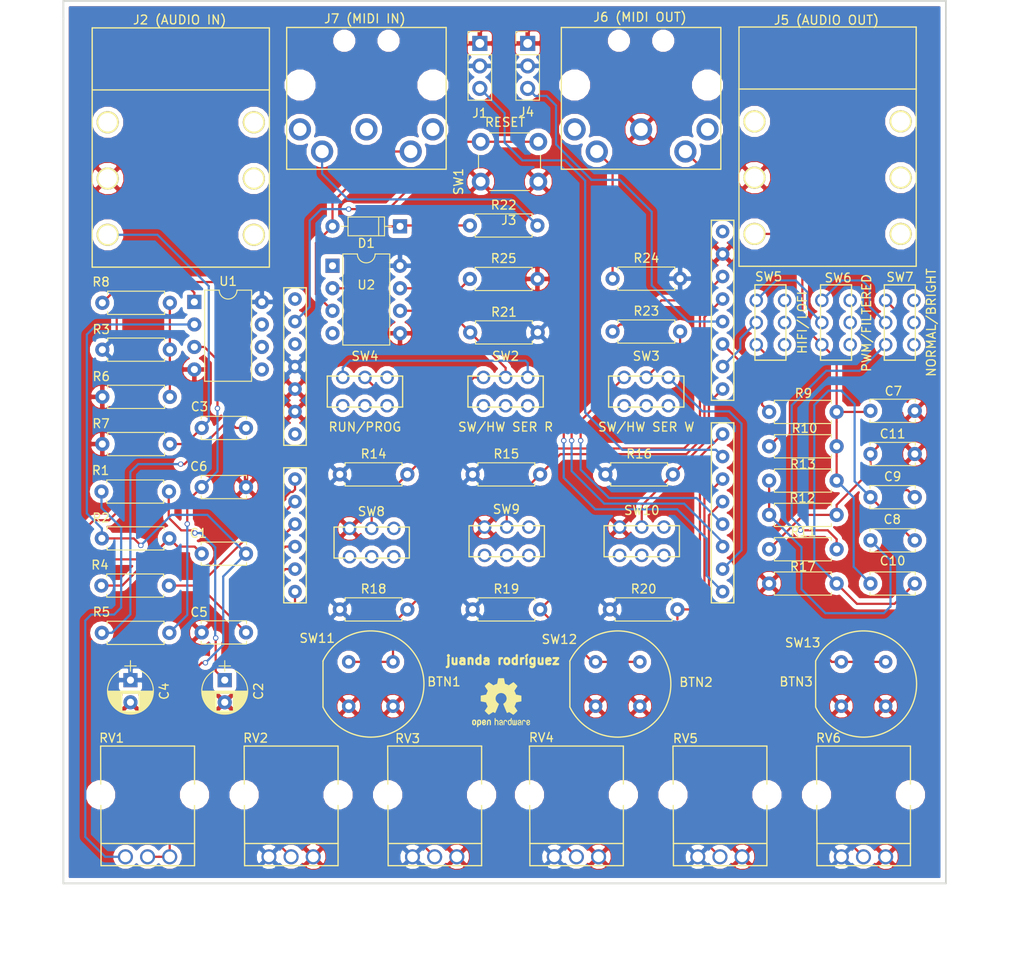
<source format=kicad_pcb>
(kicad_pcb (version 4) (host pcbnew 4.0.7)
  (title_block (title Batshield) (date 2001-01-01) (company "20khzdesign - Juanda Rodríguez") (comment 1 "Arduino shield for audio applications") (comment 2 https://creativecommons.org/licenses/by-sa/4.0/) (comment 3 "Creative Common. Attribution-ShareAlike 4.0 International (CC BY-SA 4.0) "))
  (layers (0 F.Cu signal) (31 B.Cu signal) (34 B.Paste user) (35 F.Paste user) (36 B.SilkS user) (37 F.SilkS user) (38 B.Mask user) (39 F.Mask user) (44 Edge.Cuts user))
  (net 0 "")
  (net 1 "Net-(C1-Pad1)")
  (net 2 "Net-(C1-Pad2)")
  (net 3 "Net-(C2-Pad1)")
  (net 4 GND)
  (net 5 "Net-(C3-Pad1)")
  (net 6 "Net-(C3-Pad2)")
  (net 7 +5V)
  (net 8 IN)
  (net 9 "Net-(C6-Pad1)")
  (net 10 "Net-(C10-Pad1)")
  (net 11 "Net-(C8-Pad1)")
  (net 12 "Net-(C10-Pad2)")
  (net 13 "Net-(C11-Pad1)")
  (net 14 "Net-(D1-Pad1)")
  (net 15 "Net-(D1-Pad2)")
  (net 16 IO1)
  (net 17 "Net-(J2-Pad6)")
  (net 18 "Net-(J2-Pad5)")
  (net 19 "Net-(J2-Pad4)")
  (net 20 "Net-(J2-Pad3)")
  (net 21 "Net-(J3-Pad1)")
  (net 22 "Net-(J3-Pad2)")
  (net 23 "Net-(J3-Pad3)")
  (net 24 "Net-(J3-Pad7)")
  (net 25 KNOB1)
  (net 26 KNOB2)
  (net 27 KNOB3)
  (net 28 KNOB4)
  (net 29 KNOB5)
  (net 30 "Net-(J3-Pad14)")
  (net 31 HARD-TX)
  (net 32 SOFT-RX)
  (net 33 SOFT-TX)
  (net 34 BTN1)
  (net 35 BTN2)
  (net 36 BTN3)
  (net 37 SWT1)
  (net 38 PWM1)
  (net 39 PWM2)
  (net 40 IO2)
  (net 41 SWT2)
  (net 42 SWT3)
  (net 43 "Net-(J3-Pad29)")
  (net 44 "Net-(J5-Pad6)")
  (net 45 "Net-(J5-Pad5)")
  (net 46 "Net-(J5-Pad4)")
  (net 47 "Net-(J5-Pad3)")
  (net 48 "Net-(J6-Pad5)")
  (net 49 "Net-(J6-Pad4)")
  (net 50 "Net-(J6-Pad3)")
  (net 51 "Net-(J6-Pad1)")
  (net 52 "Net-(J7-Pad4)")
  (net 53 "Net-(J7-Pad3)")
  (net 54 "Net-(J7-Pad1)")
  (net 55 "Net-(J7-Pad2)")
  (net 56 PORT-TX)
  (net 57 "Net-(R1-Pad2)")
  (net 58 2.5V)
  (net 59 "Net-(R10-Pad2)")
  (net 60 "Net-(R11-Pad2)")
  (net 61 PORT-RX)
  (net 62 "Net-(R25-Pad1)")
  (net 63 HARD-RX)
  (net 64 "Net-(SW4-Pad3)")
  (net 65 "Net-(SW5-Pad3)")
  (net 66 "Net-(SW6-Pad3)")
  (net 67 "Net-(U2-Pad1)")
  (net 68 "Net-(U2-Pad4)")
  (module conectores:Jack_Female_6,35mm_HD (layer F.Cu) (at 182.05 57.95 270)
    (fp_text reference "J5 (AUDIO OUT)" (at -17.78 0.127 360) (layer F.SilkS))
    (fp_text value "mic in 1/4''")
    (pad 5 thru_hole circle (at 0 -8.25 270) (size 2.5 2.5) (drill 2.1) (layers *.Cu *.Mask F.SilkS) (net 45 "Net-(J5-Pad5)"))
    (pad 2 thru_hole circle (at 0 8.25 270) (size 2.5 2.5) (drill 2.1) (layers *.Cu *.Mask F.SilkS) (net 4 GND))
    (pad 6 thru_hole circle (at -6.35 -8.25 270) (size 2.5 2.5) (drill 2.1) (layers *.Cu *.Mask F.SilkS) (net 44 "Net-(J5-Pad6)"))
    (pad 4 thru_hole circle (at 6.35 -8.25 270) (size 2.5 2.5) (drill 2.1) (layers *.Cu *.Mask F.SilkS) (net 46 "Net-(J5-Pad4)"))
    (pad 3 thru_hole circle (at -6.35 8.25 270) (size 2.5 2.5) (drill 2.1) (layers *.Cu *.Mask F.SilkS) (net 47 "Net-(J5-Pad3)"))
    (pad 1 thru_hole circle (at 6.35 8.25 270) (size 2.5 2.5) (drill 2.1) (layers *.Cu *.Mask F.SilkS) (net 10 "Net-(C10-Pad1)"))
  )
  (module conectores:Jack_Female_6,35mm_HD (layer F.Cu) (at 109.05 58.05 270)
    (fp_text reference "J2 (AUDIO IN)" (at -17.907 0.127 360) (layer F.SilkS))
    (fp_text value "mic in 1/4''")
    (pad 5 thru_hole circle (at 0 -8.25 270) (size 2.5 2.5) (drill 2.1) (layers *.Cu *.Mask F.SilkS) (net 18 "Net-(J2-Pad5)"))
    (pad 2 thru_hole circle (at 0 8.25 270) (size 2.5 2.5) (drill 2.1) (layers *.Cu *.Mask F.SilkS) (net 4 GND))
    (pad 6 thru_hole circle (at -6.35 -8.25 270) (size 2.5 2.5) (drill 2.1) (layers *.Cu *.Mask F.SilkS) (net 17 "Net-(J2-Pad6)"))
    (pad 4 thru_hole circle (at 6.35 -8.25 270) (size 2.5 2.5) (drill 2.1) (layers *.Cu *.Mask F.SilkS) (net 19 "Net-(J2-Pad4)"))
    (pad 3 thru_hole circle (at -6.35 8.25 270) (size 2.5 2.5) (drill 2.1) (layers *.Cu *.Mask F.SilkS) (net 20 "Net-(J2-Pad3)"))
    (pad 1 thru_hole circle (at 6.35 8.25 270) (size 2.5 2.5) (drill 2.1) (layers *.Cu *.Mask F.SilkS) (net 6 "Net-(C3-Pad2)"))
  )
  (module Housings_DIP:DIP-8_W7.62mm (layer F.Cu) (at 126.173 67.894)
    (fp_text reference U2 (at 3.81 2.159) (layer F.SilkS))
    (fp_text value 6N138)
    (pad 1 thru_hole rect (at 0 0) (size 1.6 1.6) (drill 0.8) (layers *.Cu *.Mask) (net 67 "Net-(U2-Pad1)"))
    (pad 5 thru_hole oval (at 7.62 7.62) (size 1.6 1.6) (drill 0.8) (layers *.Cu *.Mask) (net 4 GND))
    (pad 2 thru_hole oval (at 0 2.54) (size 1.6 1.6) (drill 0.8) (layers *.Cu *.Mask) (net 14 "Net-(D1-Pad1)"))
    (pad 6 thru_hole oval (at 7.62 5.08) (size 1.6 1.6) (drill 0.8) (layers *.Cu *.Mask) (net 61 PORT-RX))
    (pad 3 thru_hole oval (at 0 5.08) (size 1.6 1.6) (drill 0.8) (layers *.Cu *.Mask) (net 15 "Net-(D1-Pad2)"))
    (pad 7 thru_hole oval (at 7.62 2.54) (size 1.6 1.6) (drill 0.8) (layers *.Cu *.Mask) (net 62 "Net-(R25-Pad1)"))
    (pad 4 thru_hole oval (at 0 7.62) (size 1.6 1.6) (drill 0.8) (layers *.Cu *.Mask) (net 68 "Net-(U2-Pad4)"))
    (pad 8 thru_hole oval (at 7.62 0) (size 1.6 1.6) (drill 0.8) (layers *.Cu *.Mask) (net 7 +5V))
  )
  (module Housings_DIP:DIP-8_W7.62mm (layer F.Cu) (at 110.58 71.98)
    (fp_text reference U1 (at 3.81 -2.33) (layer F.SilkS))
    (fp_text value TL062)
    (pad 1 thru_hole rect (at 0 0) (size 1.6 1.6) (drill 0.8) (layers *.Cu *.Mask) (net 1 "Net-(C1-Pad1)"))
    (pad 5 thru_hole oval (at 7.62 7.62) (size 1.6 1.6) (drill 0.8) (layers *.Cu *.Mask))
    (pad 2 thru_hole oval (at 0 2.54) (size 1.6 1.6) (drill 0.8) (layers *.Cu *.Mask) (net 2 "Net-(C1-Pad2)"))
    (pad 6 thru_hole oval (at 7.62 5.08) (size 1.6 1.6) (drill 0.8) (layers *.Cu *.Mask))
    (pad 3 thru_hole oval (at 0 5.08) (size 1.6 1.6) (drill 0.8) (layers *.Cu *.Mask) (net 9 "Net-(C6-Pad1)"))
    (pad 7 thru_hole oval (at 7.62 2.54) (size 1.6 1.6) (drill 0.8) (layers *.Cu *.Mask))
    (pad 4 thru_hole oval (at 0 7.62) (size 1.6 1.6) (drill 0.8) (layers *.Cu *.Mask) (net 4 GND))
    (pad 8 thru_hole oval (at 7.62 0) (size 1.6 1.6) (drill 0.8) (layers *.Cu *.Mask) (net 7 +5V))
  )
  (module conectores:button_spst (layer F.Cu) (at 186.1 115.1)
    (fp_text reference SW13 (at -6.858 -4.659) (layer F.SilkS))
    (fp_text value BTN3 (at -7.6 -0.25) (layer F.SilkS))
    (pad 1 thru_hole circle (at -2.5 2.5) (size 1.524 1.524) (drill 0.762) (layers *.Cu *.Mask) (net 4 GND))
    (pad 1 thru_hole circle (at 2.5 2.5) (size 1.524 1.524) (drill 0.762) (layers *.Cu *.Mask) (net 4 GND))
    (pad 2 thru_hole circle (at -2.5 -2.5) (size 1.524 1.524) (drill 0.762) (layers *.Cu *.Mask) (net 36 BTN3))
    (pad 2 thru_hole circle (at 2.5 -2.5) (size 1.524 1.524) (drill 0.762) (layers *.Cu *.Mask) (net 36 BTN3))
  )
  (module conectores:button_spst (layer F.Cu) (at 158.3635 115.1)
    (fp_text reference SW12 (at -6.584 -5.04) (layer F.SilkS))
    (fp_text value BTN2 (at 8.8365 -0.2) (layer F.SilkS))
    (pad 1 thru_hole circle (at -2.5 2.5) (size 1.524 1.524) (drill 0.762) (layers *.Cu *.Mask) (net 4 GND))
    (pad 1 thru_hole circle (at 2.5 2.5) (size 1.524 1.524) (drill 0.762) (layers *.Cu *.Mask) (net 4 GND))
    (pad 2 thru_hole circle (at -2.5 -2.5) (size 1.524 1.524) (drill 0.762) (layers *.Cu *.Mask) (net 35 BTN2))
    (pad 2 thru_hole circle (at 2.5 -2.5) (size 1.524 1.524) (drill 0.762) (layers *.Cu *.Mask) (net 35 BTN2))
  )
  (module conectores:button_spst (layer F.Cu) (at 130.5 115.1)
    (fp_text reference SW11 (at -6.056 -5.167) (layer F.SilkS))
    (fp_text value BTN1 (at 8.25 -0.25) (layer F.SilkS))
    (pad 1 thru_hole circle (at -2.5 2.5) (size 1.524 1.524) (drill 0.762) (layers *.Cu *.Mask) (net 4 GND))
    (pad 1 thru_hole circle (at 2.5 2.5) (size 1.524 1.524) (drill 0.762) (layers *.Cu *.Mask) (net 4 GND))
    (pad 2 thru_hole circle (at -2.5 -2.5) (size 1.524 1.524) (drill 0.762) (layers *.Cu *.Mask) (net 34 BTN1))
    (pad 2 thru_hole circle (at 2.5 -2.5) (size 1.524 1.524) (drill 0.762) (layers *.Cu *.Mask) (net 34 BTN1))
  )
  (module conectores:interruptor_spdt (layer F.Cu) (at 161.076 98.984)
    (fp_text reference SW10 (at 0 -3.48) (layer F.SilkS))
    (fp_text value SWT3)
    (pad 5 thru_hole circle (at 0 1.6) (size 1.524 1.524) (drill 1) (layers *.Cu *.Mask))
    (pad 2 thru_hole circle (at 0 -1.6) (size 1.524 1.524) (drill 1) (layers *.Cu *.Mask) (net 42 SWT3))
    (pad 6 thru_hole circle (at 2.5 1.6) (size 1.524 1.524) (drill 1) (layers *.Cu *.Mask))
    (pad 3 thru_hole circle (at 2.5 -1.6) (size 1.524 1.524) (drill 1) (layers *.Cu *.Mask))
    (pad 1 thru_hole circle (at -2.5 -1.6) (size 1.524 1.524) (drill 1) (layers *.Cu *.Mask) (net 4 GND))
    (pad 4 thru_hole circle (at -2.5 1.6) (size 1.524 1.524) (drill 1) (layers *.Cu *.Mask))
  )
  (module conectores:interruptor_spdt (layer F.Cu) (at 145.836 98.984)
    (fp_text reference SW9 (at -0.04 -3.607) (layer F.SilkS))
    (fp_text value SWT2)
    (pad 5 thru_hole circle (at 0 1.6) (size 1.524 1.524) (drill 1) (layers *.Cu *.Mask))
    (pad 2 thru_hole circle (at 0 -1.6) (size 1.524 1.524) (drill 1) (layers *.Cu *.Mask) (net 41 SWT2))
    (pad 6 thru_hole circle (at 2.5 1.6) (size 1.524 1.524) (drill 1) (layers *.Cu *.Mask))
    (pad 3 thru_hole circle (at 2.5 -1.6) (size 1.524 1.524) (drill 1) (layers *.Cu *.Mask))
    (pad 1 thru_hole circle (at -2.5 -1.6) (size 1.524 1.524) (drill 1) (layers *.Cu *.Mask) (net 4 GND))
    (pad 4 thru_hole circle (at -2.5 1.6) (size 1.524 1.524) (drill 1) (layers *.Cu *.Mask))
  )
  (module conectores:interruptor_spdt (layer F.Cu) (at 130.596 99.136)
    (fp_text reference SW8 (at -0.04 -3.505) (layer F.SilkS))
    (fp_text value SWT1)
    (pad 5 thru_hole circle (at 0 1.6) (size 1.524 1.524) (drill 1) (layers *.Cu *.Mask))
    (pad 2 thru_hole circle (at 0 -1.6) (size 1.524 1.524) (drill 1) (layers *.Cu *.Mask) (net 37 SWT1))
    (pad 6 thru_hole circle (at 2.5 1.6) (size 1.524 1.524) (drill 1) (layers *.Cu *.Mask))
    (pad 3 thru_hole circle (at 2.5 -1.6) (size 1.524 1.524) (drill 1) (layers *.Cu *.Mask))
    (pad 1 thru_hole circle (at -2.5 -1.6) (size 1.524 1.524) (drill 1) (layers *.Cu *.Mask) (net 4 GND))
    (pad 4 thru_hole circle (at -2.5 1.6) (size 1.524 1.524) (drill 1) (layers *.Cu *.Mask))
  )
  (module conectores:interruptor_spdt (layer F.Cu) (at 190.2 74.3 90)
    (fp_text reference SW7 (at 5.12 0.0125 180) (layer F.SilkS))
    (fp_text value NORMAL/BRIGHT (at 0 3.55 90) (layer F.SilkS))
    (pad 5 thru_hole circle (at 0 1.6 90) (size 1.524 1.524) (drill 1) (layers *.Cu *.Mask))
    (pad 2 thru_hole circle (at 0 -1.6 90) (size 1.524 1.524) (drill 1) (layers *.Cu *.Mask) (net 66 "Net-(SW6-Pad3)"))
    (pad 6 thru_hole circle (at 2.5 1.6 90) (size 1.524 1.524) (drill 1) (layers *.Cu *.Mask))
    (pad 3 thru_hole circle (at 2.5 -1.6 90) (size 1.524 1.524) (drill 1) (layers *.Cu *.Mask) (net 13 "Net-(C11-Pad1)"))
    (pad 1 thru_hole circle (at -2.5 -1.6 90) (size 1.524 1.524) (drill 1) (layers *.Cu *.Mask) (net 60 "Net-(R11-Pad2)"))
    (pad 4 thru_hole circle (at -2.5 1.6 90) (size 1.524 1.524) (drill 1) (layers *.Cu *.Mask))
  )
  (module conectores:interruptor_spdt (layer F.Cu) (at 183 74.3 90)
    (fp_text reference SW6 (at 5.04 0.2415 180) (layer F.SilkS))
    (fp_text value PWM/FILTERED (at -0.05 3.45 90) (layer F.SilkS))
    (pad 5 thru_hole circle (at 0 1.6 90) (size 1.524 1.524) (drill 1) (layers *.Cu *.Mask))
    (pad 2 thru_hole circle (at 0 -1.6 90) (size 1.524 1.524) (drill 1) (layers *.Cu *.Mask) (net 65 "Net-(SW5-Pad3)"))
    (pad 6 thru_hole circle (at 2.5 1.6 90) (size 1.524 1.524) (drill 1) (layers *.Cu *.Mask))
    (pad 3 thru_hole circle (at 2.5 -1.6 90) (size 1.524 1.524) (drill 1) (layers *.Cu *.Mask) (net 66 "Net-(SW6-Pad3)"))
    (pad 1 thru_hole circle (at -2.5 -1.6 90) (size 1.524 1.524) (drill 1) (layers *.Cu *.Mask) (net 10 "Net-(C10-Pad1)"))
    (pad 4 thru_hole circle (at -2.5 1.6 90) (size 1.524 1.524) (drill 1) (layers *.Cu *.Mask))
  )
  (module conectores:interruptor_spdt (layer F.Cu) (at 175.6 74.3 90)
    (fp_text reference SW5 (at 5.167 -0.203 180) (layer F.SilkS))
    (fp_text value HIFI/LOFI (at 0 3.6 90) (layer F.SilkS))
    (pad 5 thru_hole circle (at 0 1.6 90) (size 1.524 1.524) (drill 1) (layers *.Cu *.Mask))
    (pad 2 thru_hole circle (at 0 -1.6 90) (size 1.524 1.524) (drill 1) (layers *.Cu *.Mask) (net 38 PWM1))
    (pad 6 thru_hole circle (at 2.5 1.6 90) (size 1.524 1.524) (drill 1) (layers *.Cu *.Mask))
    (pad 3 thru_hole circle (at 2.5 -1.6 90) (size 1.524 1.524) (drill 1) (layers *.Cu *.Mask) (net 65 "Net-(SW5-Pad3)"))
    (pad 1 thru_hole circle (at -2.5 -1.6 90) (size 1.524 1.524) (drill 1) (layers *.Cu *.Mask) (net 59 "Net-(R10-Pad2)"))
    (pad 4 thru_hole circle (at -2.5 1.6 90) (size 1.524 1.524) (drill 1) (layers *.Cu *.Mask))
  )
  (module conectores:interruptor_spdt (layer F.Cu) (at 129.834 82.093)
    (fp_text reference SW4 (at 0 -4) (layer F.SilkS))
    (fp_text value RUN/PROG (at 0 4) (layer F.SilkS))
    (pad 5 thru_hole circle (at 0 1.6) (size 1.524 1.524) (drill 1) (layers *.Cu *.Mask))
    (pad 2 thru_hole circle (at 0 -1.6) (size 1.524 1.524) (drill 1) (layers *.Cu *.Mask) (net 30 "Net-(J3-Pad14)"))
    (pad 6 thru_hole circle (at 2.5 1.6) (size 1.524 1.524) (drill 1) (layers *.Cu *.Mask))
    (pad 3 thru_hole circle (at 2.5 -1.6) (size 1.524 1.524) (drill 1) (layers *.Cu *.Mask) (net 64 "Net-(SW4-Pad3)"))
    (pad 1 thru_hole circle (at -2.5 -1.6) (size 1.524 1.524) (drill 1) (layers *.Cu *.Mask) (net 63 HARD-RX))
    (pad 4 thru_hole circle (at -2.5 1.6) (size 1.524 1.524) (drill 1) (layers *.Cu *.Mask))
  )
  (module conectores:interruptor_spdt (layer F.Cu) (at 161.584 82.093)
    (fp_text reference SW3 (at 0 -4) (layer F.SilkS))
    (fp_text value "SW/HW SER W" (at 0 4) (layer F.SilkS))
    (pad 5 thru_hole circle (at 0 1.6) (size 1.524 1.524) (drill 1) (layers *.Cu *.Mask))
    (pad 2 thru_hole circle (at 0 -1.6) (size 1.524 1.524) (drill 1) (layers *.Cu *.Mask) (net 56 PORT-TX))
    (pad 6 thru_hole circle (at 2.5 1.6) (size 1.524 1.524) (drill 1) (layers *.Cu *.Mask))
    (pad 3 thru_hole circle (at 2.5 -1.6) (size 1.524 1.524) (drill 1) (layers *.Cu *.Mask) (net 31 HARD-TX))
    (pad 1 thru_hole circle (at -2.5 -1.6) (size 1.524 1.524) (drill 1) (layers *.Cu *.Mask) (net 33 SOFT-TX))
    (pad 4 thru_hole circle (at -2.5 1.6) (size 1.524 1.524) (drill 1) (layers *.Cu *.Mask))
  )
  (module conectores:interruptor_spdt (layer F.Cu) (at 145.709 82.093)
    (fp_text reference SW2 (at 0 -4) (layer F.SilkS))
    (fp_text value "SW/HW SER R" (at 0 4) (layer F.SilkS))
    (pad 5 thru_hole circle (at 0 1.6) (size 1.524 1.524) (drill 1) (layers *.Cu *.Mask))
    (pad 2 thru_hole circle (at 0 -1.6) (size 1.524 1.524) (drill 1) (layers *.Cu *.Mask) (net 61 PORT-RX))
    (pad 6 thru_hole circle (at 2.5 1.6) (size 1.524 1.524) (drill 1) (layers *.Cu *.Mask))
    (pad 3 thru_hole circle (at 2.5 -1.6) (size 1.524 1.524) (drill 1) (layers *.Cu *.Mask) (net 63 HARD-RX))
    (pad 1 thru_hole circle (at -2.5 -1.6) (size 1.524 1.524) (drill 1) (layers *.Cu *.Mask) (net 32 SOFT-RX))
    (pad 4 thru_hole circle (at -2.5 1.6) (size 1.524 1.524) (drill 1) (layers *.Cu *.Mask))
  )
  (module conectores:potenciometro_PTV09 (layer F.Cu) (at 186.1 134.6)
    (fp_text reference RV6 (at -3.95 -13.4) (layer F.SilkS))
    (fp_text value 10k)
    (pad 1 thru_hole circle (at -2.5 0) (size 1.7 1.7) (drill 1.2) (layers *.Cu *.Mask) (net 7 +5V))
    (pad 2 thru_hole circle (at 0 0) (size 1.7 1.7) (drill 1.2) (layers *.Cu *.Mask) (net 29 KNOB5))
    (pad 3 thru_hole circle (at 2.5 0) (size 1.7 1.7) (drill 1.2) (layers *.Cu *.Mask) (net 4 GND))
    (pad "" np_thru_hole circle (at -5.3 -7) (size 2.3 2.3) (drill 2.3) (layers *.Cu *.Mask))
    (pad "" np_thru_hole circle (at 5.3 -7) (size 2.3 2.3) (drill 2.3) (layers *.Cu *.Mask))
  )
  (module conectores:potenciometro_PTV09 (layer F.Cu) (at 169.9 134.6)
    (fp_text reference RV5 (at -3.9 -13.35) (layer F.SilkS))
    (fp_text value 10k)
    (pad 1 thru_hole circle (at -2.5 0) (size 1.7 1.7) (drill 1.2) (layers *.Cu *.Mask) (net 7 +5V))
    (pad 2 thru_hole circle (at 0 0) (size 1.7 1.7) (drill 1.2) (layers *.Cu *.Mask) (net 28 KNOB4))
    (pad 3 thru_hole circle (at 2.5 0) (size 1.7 1.7) (drill 1.2) (layers *.Cu *.Mask) (net 4 GND))
    (pad "" np_thru_hole circle (at -5.3 -7) (size 2.3 2.3) (drill 2.3) (layers *.Cu *.Mask))
    (pad "" np_thru_hole circle (at 5.3 -7) (size 2.3 2.3) (drill 2.3) (layers *.Cu *.Mask))
  )
  (module conectores:potenciometro_PTV09 (layer F.Cu) (at 153.7 134.6)
    (fp_text reference RV4 (at -3.95 -13.45) (layer F.SilkS))
    (fp_text value 10k)
    (pad 1 thru_hole circle (at -2.5 0) (size 1.7 1.7) (drill 1.2) (layers *.Cu *.Mask) (net 7 +5V))
    (pad 2 thru_hole circle (at 0 0) (size 1.7 1.7) (drill 1.2) (layers *.Cu *.Mask) (net 27 KNOB3))
    (pad 3 thru_hole circle (at 2.5 0) (size 1.7 1.7) (drill 1.2) (layers *.Cu *.Mask) (net 4 GND))
    (pad "" np_thru_hole circle (at -5.3 -7) (size 2.3 2.3) (drill 2.3) (layers *.Cu *.Mask))
    (pad "" np_thru_hole circle (at 5.3 -7) (size 2.3 2.3) (drill 2.3) (layers *.Cu *.Mask))
  )
  (module conectores:potenciometro_PTV09 (layer F.Cu) (at 137.7 134.6)
    (fp_text reference RV3 (at -3.05 -13.35) (layer F.SilkS))
    (fp_text value 10k)
    (pad 1 thru_hole circle (at -2.5 0) (size 1.7 1.7) (drill 1.2) (layers *.Cu *.Mask) (net 7 +5V))
    (pad 2 thru_hole circle (at 0 0) (size 1.7 1.7) (drill 1.2) (layers *.Cu *.Mask) (net 26 KNOB2))
    (pad 3 thru_hole circle (at 2.5 0) (size 1.7 1.7) (drill 1.2) (layers *.Cu *.Mask) (net 4 GND))
    (pad "" np_thru_hole circle (at -5.3 -7) (size 2.3 2.3) (drill 2.3) (layers *.Cu *.Mask))
    (pad "" np_thru_hole circle (at 5.3 -7) (size 2.3 2.3) (drill 2.3) (layers *.Cu *.Mask))
  )
  (module conectores:potenciometro_PTV09 (layer F.Cu) (at 121.5 134.6)
    (fp_text reference RV2 (at -4 -13.4) (layer F.SilkS))
    (fp_text value 10k)
    (pad 1 thru_hole circle (at -2.5 0) (size 1.7 1.7) (drill 1.2) (layers *.Cu *.Mask) (net 7 +5V))
    (pad 2 thru_hole circle (at 0 0) (size 1.7 1.7) (drill 1.2) (layers *.Cu *.Mask) (net 25 KNOB1))
    (pad 3 thru_hole circle (at 2.5 0) (size 1.7 1.7) (drill 1.2) (layers *.Cu *.Mask) (net 4 GND))
    (pad "" np_thru_hole circle (at -5.3 -7) (size 2.3 2.3) (drill 2.3) (layers *.Cu *.Mask))
    (pad "" np_thru_hole circle (at 5.3 -7) (size 2.3 2.3) (drill 2.3) (layers *.Cu *.Mask))
  )
  (module conectores:potenciometro_PTV09 (layer F.Cu) (at 105.3 134.6)
    (fp_text reference RV1 (at -4.05 -13.4 180) (layer F.SilkS))
    (fp_text value 100k)
    (pad 1 thru_hole circle (at -2.5 0) (size 1.7 1.7) (drill 1.2) (layers *.Cu *.Mask) (net 57 "Net-(R1-Pad2)"))
    (pad 2 thru_hole circle (at 0 0) (size 1.7 1.7) (drill 1.2) (layers *.Cu *.Mask) (net 2 "Net-(C1-Pad2)"))
    (pad 3 thru_hole circle (at 2.5 0) (size 1.7 1.7) (drill 1.2) (layers *.Cu *.Mask) (net 2 "Net-(C1-Pad2)"))
    (pad "" np_thru_hole circle (at -5.3 -7) (size 2.3 2.3) (drill 2.3) (layers *.Cu *.Mask))
    (pad "" np_thru_hole circle (at 5.3 -7) (size 2.3 2.3) (drill 2.3) (layers *.Cu *.Mask))
  )
  (module Resistors_THT:R_Axial_DIN0207_L6.3mm_D2.5mm_P7.62mm_Horizontal (layer F.Cu) (at 141.681 69.3815)
    (fp_text reference R25 (at 3.81 -2.31) (layer F.SilkS))
    (fp_text value 4k7)
    (pad 1 thru_hole circle (at 0 0) (size 1.6 1.6) (drill 0.8) (layers *.Cu *.Mask) (net 62 "Net-(R25-Pad1)"))
    (pad 2 thru_hole oval (at 7.62 0) (size 1.6 1.6) (drill 0.8) (layers *.Cu *.Mask) (net 4 GND))
  )
  (module Resistors_THT:R_Axial_DIN0207_L6.3mm_D2.5mm_P7.62mm_Horizontal (layer F.Cu) (at 157.784 69.349)
    (fp_text reference R24 (at 3.81 -2.31) (layer F.SilkS))
    (fp_text value 220)
    (pad 1 thru_hole circle (at 0 0) (size 1.6 1.6) (drill 0.8) (layers *.Cu *.Mask) (net 49 "Net-(J6-Pad4)"))
    (pad 2 thru_hole oval (at 7.62 0) (size 1.6 1.6) (drill 0.8) (layers *.Cu *.Mask) (net 7 +5V))
  )
  (module Resistors_THT:R_Axial_DIN0207_L6.3mm_D2.5mm_P7.62mm_Horizontal (layer F.Cu) (at 157.784 75.318)
    (fp_text reference R23 (at 3.81 -2.31) (layer F.SilkS))
    (fp_text value 220)
    (pad 1 thru_hole circle (at 0 0) (size 1.6 1.6) (drill 0.8) (layers *.Cu *.Mask) (net 48 "Net-(J6-Pad5)"))
    (pad 2 thru_hole oval (at 7.62 0) (size 1.6 1.6) (drill 0.8) (layers *.Cu *.Mask) (net 56 PORT-TX))
  )
  (module Resistors_THT:R_Axial_DIN0207_L6.3mm_D2.5mm_P7.62mm_Horizontal (layer F.Cu) (at 141.681 63.349)
    (fp_text reference R22 (at 3.81 -2.31) (layer F.SilkS))
    (fp_text value 220)
    (pad 1 thru_hole circle (at 0 0) (size 1.6 1.6) (drill 0.8) (layers *.Cu *.Mask) (net 14 "Net-(D1-Pad1)"))
    (pad 2 thru_hole oval (at 7.62 0) (size 1.6 1.6) (drill 0.8) (layers *.Cu *.Mask) (net 52 "Net-(J7-Pad4)"))
  )
  (module Resistors_THT:R_Axial_DIN0207_L6.3mm_D2.5mm_P7.62mm_Horizontal (layer F.Cu) (at 149.331 75.414 180)
    (fp_text reference R21 (at 3.81 2.286 180) (layer F.SilkS))
    (fp_text value 220)
    (pad 1 thru_hole circle (at 0 0 180) (size 1.6 1.6) (drill 0.8) (layers *.Cu *.Mask) (net 7 +5V))
    (pad 2 thru_hole oval (at 7.62 0 180) (size 1.6 1.6) (drill 0.8) (layers *.Cu *.Mask) (net 61 PORT-RX))
  )
  (module Resistors_THT:R_Axial_DIN0207_L6.3mm_D2.5mm_P7.62mm_Horizontal (layer F.Cu) (at 157.48 106.68)
    (fp_text reference R20 (at 3.81 -2.31) (layer F.SilkS))
    (fp_text value 10k)
    (pad 1 thru_hole circle (at 0 0) (size 1.6 1.6) (drill 0.8) (layers *.Cu *.Mask) (net 7 +5V))
    (pad 2 thru_hole oval (at 7.62 0) (size 1.6 1.6) (drill 0.8) (layers *.Cu *.Mask) (net 36 BTN3))
  )
  (module Resistors_THT:R_Axial_DIN0207_L6.3mm_D2.5mm_P7.62mm_Horizontal (layer F.Cu) (at 141.986 106.68)
    (fp_text reference R19 (at 3.81 -2.31) (layer F.SilkS))
    (fp_text value 10k)
    (pad 1 thru_hole circle (at 0 0) (size 1.6 1.6) (drill 0.8) (layers *.Cu *.Mask) (net 7 +5V))
    (pad 2 thru_hole oval (at 7.62 0) (size 1.6 1.6) (drill 0.8) (layers *.Cu *.Mask) (net 35 BTN2))
  )
  (module Resistors_THT:R_Axial_DIN0207_L6.3mm_D2.5mm_P7.62mm_Horizontal (layer F.Cu) (at 127 106.68)
    (fp_text reference R18 (at 3.81 -2.31) (layer F.SilkS))
    (fp_text value 10k)
    (pad 1 thru_hole circle (at 0 0) (size 1.6 1.6) (drill 0.8) (layers *.Cu *.Mask) (net 7 +5V))
    (pad 2 thru_hole oval (at 7.62 0) (size 1.6 1.6) (drill 0.8) (layers *.Cu *.Mask) (net 34 BTN1))
  )
  (module Resistors_THT:R_Axial_DIN0207_L6.3mm_D2.5mm_P7.62mm_Horizontal (layer F.Cu) (at 175.4505 103.759)
    (fp_text reference R17 (at 3.81 -1.905) (layer F.SilkS))
    (fp_text value 330)
    (pad 1 thru_hole circle (at 0 0) (size 1.6 1.6) (drill 0.8) (layers *.Cu *.Mask) (net 4 GND))
    (pad 2 thru_hole oval (at 7.62 0) (size 1.6 1.6) (drill 0.8) (layers *.Cu *.Mask) (net 12 "Net-(C10-Pad2)"))
  )
  (module Resistors_THT:R_Axial_DIN0207_L6.3mm_D2.5mm_P7.62mm_Horizontal (layer F.Cu) (at 156.972 91.44)
    (fp_text reference R16 (at 3.81 -2.31) (layer F.SilkS))
    (fp_text value 10k)
    (pad 1 thru_hole circle (at 0 0) (size 1.6 1.6) (drill 0.8) (layers *.Cu *.Mask) (net 7 +5V))
    (pad 2 thru_hole oval (at 7.62 0) (size 1.6 1.6) (drill 0.8) (layers *.Cu *.Mask) (net 42 SWT3))
  )
  (module Resistors_THT:R_Axial_DIN0207_L6.3mm_D2.5mm_P7.62mm_Horizontal (layer F.Cu) (at 141.986 91.44)
    (fp_text reference R15 (at 3.81 -2.31) (layer F.SilkS))
    (fp_text value 10k)
    (pad 1 thru_hole circle (at 0 0) (size 1.6 1.6) (drill 0.8) (layers *.Cu *.Mask) (net 7 +5V))
    (pad 2 thru_hole oval (at 7.62 0) (size 1.6 1.6) (drill 0.8) (layers *.Cu *.Mask) (net 41 SWT2))
  )
  (module Resistors_THT:R_Axial_DIN0207_L6.3mm_D2.5mm_P7.62mm_Horizontal (layer F.Cu) (at 127 91.44)
    (fp_text reference R14 (at 3.81 -2.31) (layer F.SilkS))
    (fp_text value 10k)
    (pad 1 thru_hole circle (at 0 0) (size 1.6 1.6) (drill 0.8) (layers *.Cu *.Mask) (net 7 +5V))
    (pad 2 thru_hole oval (at 7.62 0) (size 1.6 1.6) (drill 0.8) (layers *.Cu *.Mask) (net 37 SWT1))
  )
  (module Resistors_THT:R_Axial_DIN0207_L6.3mm_D2.5mm_P7.62mm_Horizontal (layer F.Cu) (at 183.0705 92.1385 180)
    (fp_text reference R13 (at 3.81 1.8415 180) (layer F.SilkS))
    (fp_text value 680)
    (pad 1 thru_hole circle (at 0 0 180) (size 1.6 1.6) (drill 0.8) (layers *.Cu *.Mask) (net 10 "Net-(C10-Pad1)"))
    (pad 2 thru_hole oval (at 7.62 0 180) (size 1.6 1.6) (drill 0.8) (layers *.Cu *.Mask) (net 11 "Net-(C8-Pad1)"))
  )
  (module Resistors_THT:R_Axial_DIN0207_L6.3mm_D2.5mm_P7.62mm_Horizontal (layer F.Cu) (at 175.4505 96.012)
    (fp_text reference R12 (at 3.7465 -1.905) (layer F.SilkS))
    (fp_text value 680)
    (pad 1 thru_hole circle (at 0 0) (size 1.6 1.6) (drill 0.8) (layers *.Cu *.Mask) (net 11 "Net-(C8-Pad1)"))
    (pad 2 thru_hole oval (at 7.62 0) (size 1.6 1.6) (drill 0.8) (layers *.Cu *.Mask) (net 13 "Net-(C11-Pad1)"))
  )
  (module Resistors_THT:R_Axial_DIN0207_L6.3mm_D2.5mm_P7.62mm_Horizontal (layer F.Cu) (at 175.4505 99.8855)
    (fp_text reference R11 (at 3.8735 -1.9685) (layer F.SilkS))
    (fp_text value 270)
    (pad 1 thru_hole circle (at 0 0) (size 1.6 1.6) (drill 0.8) (layers *.Cu *.Mask) (net 13 "Net-(C11-Pad1)"))
    (pad 2 thru_hole oval (at 7.62 0) (size 1.6 1.6) (drill 0.8) (layers *.Cu *.Mask) (net 60 "Net-(R11-Pad2)"))
  )
  (module Resistors_THT:R_Axial_DIN0207_L6.3mm_D2.5mm_P7.62mm_Horizontal (layer F.Cu) (at 183.0705 88.265 180)
    (fp_text reference R10 (at 3.6195 2.032 180) (layer F.SilkS))
    (fp_text value 3.9k)
    (pad 1 thru_hole circle (at 0 0 180) (size 1.6 1.6) (drill 0.8) (layers *.Cu *.Mask) (net 10 "Net-(C10-Pad1)"))
    (pad 2 thru_hole oval (at 7.62 0 180) (size 1.6 1.6) (drill 0.8) (layers *.Cu *.Mask) (net 59 "Net-(R10-Pad2)"))
  )
  (module Resistors_THT:R_Axial_DIN0207_L6.3mm_D2.5mm_P7.62mm_Horizontal (layer F.Cu) (at 183.0705 84.3915 180)
    (fp_text reference R9 (at 3.7465 2.0955 180) (layer F.SilkS))
    (fp_text value 499k)
    (pad 1 thru_hole circle (at 0 0 180) (size 1.6 1.6) (drill 0.8) (layers *.Cu *.Mask) (net 10 "Net-(C10-Pad1)"))
    (pad 2 thru_hole oval (at 7.62 0 180) (size 1.6 1.6) (drill 0.8) (layers *.Cu *.Mask) (net 39 PWM2))
  )
  (module Resistors_THT:R_Axial_DIN0207_L6.3mm_D2.5mm_P7.62mm_Horizontal (layer F.Cu) (at 100.1955 72.0765)
    (fp_text reference R8 (at -0.1455 -2.3515) (layer F.SilkS))
    (fp_text value 1M)
    (pad 1 thru_hole circle (at 0 0) (size 1.6 1.6) (drill 0.8) (layers *.Cu *.Mask) (net 5 "Net-(C3-Pad1)"))
    (pad 2 thru_hole oval (at 7.62 0) (size 1.6 1.6) (drill 0.8) (layers *.Cu *.Mask) (net 58 2.5V))
  )
  (module Resistors_THT:R_Axial_DIN0207_L6.3mm_D2.5mm_P7.62mm_Horizontal (layer F.Cu) (at 107.8155 88.016212 180)
    (fp_text reference R7 (at 7.7655 2.302999 180) (layer F.SilkS))
    (fp_text value 1M)
    (pad 1 thru_hole circle (at 0 0 180) (size 1.6 1.6) (drill 0.8) (layers *.Cu *.Mask) (net 6 "Net-(C3-Pad2)"))
    (pad 2 thru_hole oval (at 7.62 0 180) (size 1.6 1.6) (drill 0.8) (layers *.Cu *.Mask) (net 4 GND))
  )
  (module Resistors_THT:R_Axial_DIN0207_L6.3mm_D2.5mm_P7.62mm_Horizontal (layer F.Cu) (at 107.8155 82.692141 180)
    (fp_text reference R6 (at 7.7405 2.297499 180) (layer F.SilkS))
    (fp_text value 100k)
    (pad 1 thru_hole circle (at 0 0 180) (size 1.6 1.6) (drill 0.8) (layers *.Cu *.Mask) (net 58 2.5V))
    (pad 2 thru_hole oval (at 7.62 0 180) (size 1.6 1.6) (drill 0.8) (layers *.Cu *.Mask) (net 4 GND))
  )
  (module Resistors_THT:R_Axial_DIN0207_L6.3mm_D2.5mm_P7.62mm_Horizontal (layer F.Cu) (at 107.7605 109.324996 180)
    (fp_text reference R5 (at 7.6605 2.349999 180) (layer F.SilkS))
    (fp_text value 4k7)
    (pad 1 thru_hole circle (at 0 0 180) (size 1.6 1.6) (drill 0.8) (layers *.Cu *.Mask) (net 9 "Net-(C6-Pad1)"))
    (pad 2 thru_hole oval (at 7.62 0 180) (size 1.6 1.6) (drill 0.8) (layers *.Cu *.Mask) (net 5 "Net-(C3-Pad1)"))
  )
  (module Resistors_THT:R_Axial_DIN0207_L6.3mm_D2.5mm_P7.62mm_Horizontal (layer F.Cu) (at 107.7105 103.988425 180)
    (fp_text reference R4 (at 7.7855 2.319499 180) (layer F.SilkS))
    (fp_text value 4k7)
    (pad 1 thru_hole circle (at 0 0 180) (size 1.6 1.6) (drill 0.8) (layers *.Cu *.Mask) (net 8 IN))
    (pad 2 thru_hole oval (at 7.62 0 180) (size 1.6 1.6) (drill 0.8) (layers *.Cu *.Mask) (net 1 "Net-(C1-Pad1)"))
  )
  (module Resistors_THT:R_Axial_DIN0207_L6.3mm_D2.5mm_P7.62mm_Horizontal (layer F.Cu) (at 100.1955 77.363071)
    (fp_text reference R3 (at -0.1205 -2.282) (layer F.SilkS))
    (fp_text value 100k)
    (pad 1 thru_hole circle (at 0 0) (size 1.6 1.6) (drill 0.8) (layers *.Cu *.Mask) (net 7 +5V))
    (pad 2 thru_hole oval (at 7.62 0) (size 1.6 1.6) (drill 0.8) (layers *.Cu *.Mask) (net 58 2.5V))
  )
  (module Resistors_THT:R_Axial_DIN0207_L6.3mm_D2.5mm_P7.62mm_Horizontal (layer F.Cu) (at 107.7605 98.664354 180)
    (fp_text reference R2 (at 7.7105 2.313999 180) (layer F.SilkS))
    (fp_text value 100k)
    (pad 1 thru_hole circle (at 0 0 180) (size 1.6 1.6) (drill 0.8) (layers *.Cu *.Mask) (net 1 "Net-(C1-Pad1)"))
    (pad 2 thru_hole oval (at 7.62 0 180) (size 1.6 1.6) (drill 0.8) (layers *.Cu *.Mask) (net 2 "Net-(C1-Pad2)"))
  )
  (module Resistors_THT:R_Axial_DIN0207_L6.3mm_D2.5mm_P7.62mm_Horizontal (layer F.Cu) (at 107.72 93.377783 180)
    (fp_text reference R1 (at 7.72 2.383499 180) (layer F.SilkS))
    (fp_text value 2k2)
    (pad 1 thru_hole circle (at 0 0 180) (size 1.6 1.6) (drill 0.8) (layers *.Cu *.Mask) (net 3 "Net-(C2-Pad1)"))
    (pad 2 thru_hole oval (at 7.62 0 180) (size 1.6 1.6) (drill 0.8) (layers *.Cu *.Mask) (net 57 "Net-(R1-Pad2)"))
  )
  (module conectores:MIDI_female_5_pins (layer F.Cu) (at 130 50 180)
    (fp_text reference "J7 (MIDI IN)" (at 0.174 9.986 180) (layer F.SilkS))
    (fp_text value "MIDI IN")
    (pad 5 thru_hole circle (at -5 -5 180) (size 2.5 2.5) (drill 1.5) (layers *.Cu *.Mask) (net 15 "Net-(D1-Pad2)"))
    (pad 4 thru_hole circle (at 5 -5 180) (size 2.5 2.5) (drill 1.5) (layers *.Cu *.Mask) (net 52 "Net-(J7-Pad4)"))
    (pad 3 thru_hole circle (at -7.5 -2.5 180) (size 2.5 2.5) (drill 1.5) (layers *.Cu *.Mask) (net 53 "Net-(J7-Pad3)"))
    (pad 1 thru_hole circle (at 7.5 -2.5 180) (size 2.5 2.5) (drill 1.5) (layers *.Cu *.Mask) (net 54 "Net-(J7-Pad1)"))
    (pad 2 thru_hole circle (at 0 -2.5 180) (size 2.5 2.5) (drill 1.5) (layers *.Cu *.Mask) (net 55 "Net-(J7-Pad2)"))
    (pad "" np_thru_hole circle (at -7.5 2.5 180) (size 2.5 2.5) (drill 2.5) (layers *.Cu *.Mask))
    (pad "" np_thru_hole circle (at 7.5 2.5 180) (size 2.5 2.5) (drill 2.5) (layers *.Cu *.Mask))
    (pad "" np_thru_hole circle (at -2.5 7.5 180) (size 1.5 1.5) (drill 1.5) (layers *.Cu *.Mask))
    (pad "" np_thru_hole circle (at 2.5 7.5 180) (size 1.5 1.5) (drill 1.5) (layers *.Cu *.Mask))
  )
  (module conectores:MIDI_female_5_pins (layer F.Cu) (at 161 50 180)
    (fp_text reference "J6 (MIDI OUT)" (at 0.127 10.16 180) (layer F.SilkS))
    (fp_text value "MIDI out")
    (pad 5 thru_hole circle (at -5 -5 180) (size 2.5 2.5) (drill 1.5) (layers *.Cu *.Mask) (net 48 "Net-(J6-Pad5)"))
    (pad 4 thru_hole circle (at 5 -5 180) (size 2.5 2.5) (drill 1.5) (layers *.Cu *.Mask) (net 49 "Net-(J6-Pad4)"))
    (pad 3 thru_hole circle (at -7.5 -2.5 180) (size 2.5 2.5) (drill 1.5) (layers *.Cu *.Mask) (net 50 "Net-(J6-Pad3)"))
    (pad 1 thru_hole circle (at 7.5 -2.5 180) (size 2.5 2.5) (drill 1.5) (layers *.Cu *.Mask) (net 51 "Net-(J6-Pad1)"))
    (pad 2 thru_hole circle (at 0 -2.5 180) (size 2.5 2.5) (drill 1.5) (layers *.Cu *.Mask) (net 4 GND))
    (pad "" np_thru_hole circle (at -7.5 2.5 180) (size 2.5 2.5) (drill 2.5) (layers *.Cu *.Mask))
    (pad "" np_thru_hole circle (at 7.5 2.5 180) (size 2.5 2.5) (drill 2.5) (layers *.Cu *.Mask))
    (pad "" np_thru_hole circle (at -2.5 7.5 180) (size 1.5 1.5) (drill 1.5) (layers *.Cu *.Mask))
    (pad "" np_thru_hole circle (at 2.5 7.5 180) (size 1.5 1.5) (drill 1.5) (layers *.Cu *.Mask))
  )
  (module Pin_Headers:Pin_Header_Straight_1x03_Pitch2.54mm (layer F.Cu) (at 148.2 42.8)
    (fp_text reference J4 (at -0.127 7.744) (layer F.SilkS))
    (fp_text value "I/O 2")
    (pad 1 thru_hole rect (at 0 0) (size 1.7 1.7) (drill 1) (layers *.Cu *.Mask) (net 4 GND))
    (pad 2 thru_hole oval (at 0 2.54) (size 1.7 1.7) (drill 1) (layers *.Cu *.Mask) (net 7 +5V))
    (pad 3 thru_hole oval (at 0 5.08) (size 1.7 1.7) (drill 1) (layers *.Cu *.Mask) (net 40 IO2))
  )
  (module arduino:arduinoUnoPinout (layer F.Cu) (at 146.071001 85.619001)
    (fp_text reference J3 (at 0 -22.86) (layer F.SilkS))
    (fp_text value arduinoUnoPinout hide)
    (pad 1 thru_hole circle (at -24.13 -13.97) (size 1.524 1.524) (drill 0.762) (layers *.Cu *.Mask) (net 21 "Net-(J3-Pad1)"))
    (pad 2 thru_hole circle (at -24.13 -11.43) (size 1.524 1.524) (drill 0.762) (layers *.Cu *.Mask) (net 22 "Net-(J3-Pad2)"))
    (pad 3 thru_hole circle (at -24.13 -8.89) (size 1.524 1.524) (drill 0.762) (layers *.Cu *.Mask) (net 23 "Net-(J3-Pad3)"))
    (pad 4 thru_hole circle (at -24.13 -6.35) (size 1.524 1.524) (drill 0.762) (layers *.Cu *.Mask) (net 7 +5V))
    (pad 5 thru_hole circle (at -24.13 -3.81) (size 1.524 1.524) (drill 0.762) (layers *.Cu *.Mask) (net 4 GND))
    (pad 6 thru_hole circle (at -24.13 -1.27) (size 1.524 1.524) (drill 0.762) (layers *.Cu *.Mask) (net 4 GND))
    (pad 7 thru_hole circle (at -24.13 1.27) (size 1.524 1.524) (drill 0.762) (layers *.Cu *.Mask) (net 24 "Net-(J3-Pad7)"))
    (pad 8 thru_hole circle (at -24.13 6.35) (size 1.524 1.524) (drill 0.762) (layers *.Cu *.Mask) (net 8 IN))
    (pad 9 thru_hole circle (at -24.13 8.89) (size 1.524 1.524) (drill 0.762) (layers *.Cu *.Mask) (net 25 KNOB1))
    (pad 10 thru_hole circle (at -24.13 11.43) (size 1.524 1.524) (drill 0.762) (layers *.Cu *.Mask) (net 26 KNOB2))
    (pad 11 thru_hole circle (at -24.13 13.97) (size 1.524 1.524) (drill 0.762) (layers *.Cu *.Mask) (net 27 KNOB3))
    (pad 12 thru_hole circle (at -24.13 16.51) (size 1.524 1.524) (drill 0.762) (layers *.Cu *.Mask) (net 28 KNOB4))
    (pad 13 thru_hole circle (at -24.13 19.05) (size 1.524 1.524) (drill 0.762) (layers *.Cu *.Mask) (net 29 KNOB5))
    (pad 14 thru_hole circle (at 24.13 19.05) (size 1.524 1.524) (drill 0.762) (layers *.Cu *.Mask) (net 30 "Net-(J3-Pad14)"))
    (pad 15 thru_hole circle (at 24.13 16.51) (size 1.524 1.524) (drill 0.762) (layers *.Cu *.Mask) (net 31 HARD-TX))
    (pad 16 thru_hole circle (at 24.13 13.97) (size 1.524 1.524) (drill 0.762) (layers *.Cu *.Mask) (net 32 SOFT-RX))
    (pad 17 thru_hole circle (at 24.13 11.43) (size 1.524 1.524) (drill 0.762) (layers *.Cu *.Mask) (net 33 SOFT-TX))
    (pad 18 thru_hole circle (at 24.13 8.89) (size 1.524 1.524) (drill 0.762) (layers *.Cu *.Mask) (net 36 BTN3))
    (pad 19 thru_hole circle (at 24.13 6.35) (size 1.524 1.524) (drill 0.762) (layers *.Cu *.Mask) (net 35 BTN2))
    (pad 20 thru_hole circle (at 24.13 3.81) (size 1.524 1.524) (drill 0.762) (layers *.Cu *.Mask) (net 16 IO1))
    (pad 21 thru_hole circle (at 24.13 1.27) (size 1.524 1.524) (drill 0.762) (layers *.Cu *.Mask) (net 34 BTN1))
    (pad 22 thru_hole circle (at 24.13 -3.81) (size 1.524 1.524) (drill 0.762) (layers *.Cu *.Mask) (net 42 SWT3))
    (pad 23 thru_hole circle (at 24.13 -6.35) (size 1.524 1.524) (drill 0.762) (layers *.Cu *.Mask) (net 38 PWM1))
    (pad 24 thru_hole circle (at 24.13 -8.89) (size 1.524 1.524) (drill 0.762) (layers *.Cu *.Mask) (net 39 PWM2))
    (pad 25 thru_hole circle (at 24.13 -11.43) (size 1.524 1.524) (drill 0.762) (layers *.Cu *.Mask) (net 40 IO2))
    (pad 26 thru_hole circle (at 24.13 -13.97) (size 1.524 1.524) (drill 0.762) (layers *.Cu *.Mask) (net 41 SWT2))
    (pad 27 thru_hole circle (at 24.13 -16.51) (size 1.524 1.524) (drill 0.762) (layers *.Cu *.Mask) (net 37 SWT1))
    (pad 28 thru_hole circle (at 24.13 -19.05) (size 1.524 1.524) (drill 0.762) (layers *.Cu *.Mask) (net 4 GND))
    (pad 29 thru_hole circle (at 24.13 -21.59) (size 1.524 1.524) (drill 0.762) (layers *.Cu *.Mask) (net 43 "Net-(J3-Pad29)"))
  )
  (module Pin_Headers:Pin_Header_Straight_1x03_Pitch2.54mm (layer F.Cu) (at 142.8 42.8)
    (fp_text reference J1 (at 0 7.871) (layer F.SilkS))
    (fp_text value "I/O 1")
    (pad 1 thru_hole rect (at 0 0) (size 1.7 1.7) (drill 1) (layers *.Cu *.Mask) (net 4 GND))
    (pad 2 thru_hole oval (at 0 2.54) (size 1.7 1.7) (drill 1) (layers *.Cu *.Mask) (net 7 +5V))
    (pad 3 thru_hole oval (at 0 5.08) (size 1.7 1.7) (drill 1) (layers *.Cu *.Mask) (net 16 IO1))
  )
  (module Diodes_THT:D_DO-35_SOD27_P7.62mm_Horizontal (layer F.Cu) (at 133.793 63.449 180)
    (fp_text reference D1 (at 3.81 -1.905 180) (layer F.SilkS))
    (fp_text value 1N4148)
    (pad 1 thru_hole rect (at 0 0 180) (size 1.6 1.6) (drill 0.8) (layers *.Cu *.Mask) (net 14 "Net-(D1-Pad1)"))
    (pad 2 thru_hole oval (at 7.62 0 180) (size 1.6 1.6) (drill 0.8) (layers *.Cu *.Mask) (net 15 "Net-(D1-Pad2)"))
  )
  (module Capacitors_THT:C_Disc_D5.0mm_W2.5mm_P5.00mm (layer F.Cu) (at 186.888 89.138125)
    (fp_text reference C11 (at 2.5 -2.270125) (layer F.SilkS))
    (fp_text value 100n)
    (pad 1 thru_hole circle (at 0 0) (size 1.6 1.6) (drill 0.8) (layers *.Cu *.Mask) (net 13 "Net-(C11-Pad1)"))
    (pad 2 thru_hole circle (at 5 0) (size 1.6 1.6) (drill 0.8) (layers *.Cu *.Mask) (net 4 GND))
  )
  (module Capacitors_THT:C_Disc_D5.0mm_W2.5mm_P5.00mm (layer F.Cu) (at 186.888 103.759)
    (fp_text reference C10 (at 2.5 -2.56) (layer F.SilkS))
    (fp_text value 1n)
    (pad 1 thru_hole circle (at 0 0) (size 1.6 1.6) (drill 0.8) (layers *.Cu *.Mask) (net 10 "Net-(C10-Pad1)"))
    (pad 2 thru_hole circle (at 5 0) (size 1.6 1.6) (drill 0.8) (layers *.Cu *.Mask) (net 12 "Net-(C10-Pad2)"))
  )
  (module Capacitors_THT:C_Disc_D5.0mm_W2.5mm_P5.00mm (layer F.Cu) (at 186.888 94.01175)
    (fp_text reference C9 (at 2.5 -2.31775) (layer F.SilkS))
    (fp_text value 220n)
    (pad 1 thru_hole circle (at 0 0) (size 1.6 1.6) (drill 0.8) (layers *.Cu *.Mask) (net 12 "Net-(C10-Pad2)"))
    (pad 2 thru_hole circle (at 5 0) (size 1.6 1.6) (drill 0.8) (layers *.Cu *.Mask) (net 13 "Net-(C11-Pad1)"))
  )
  (module Capacitors_THT:C_Disc_D5.0mm_W2.5mm_P5.00mm (layer F.Cu) (at 186.888 98.885375)
    (fp_text reference C8 (at 2.46 -2.365375) (layer F.SilkS))
    (fp_text value 220n)
    (pad 1 thru_hole circle (at 0 0) (size 1.6 1.6) (drill 0.8) (layers *.Cu *.Mask) (net 11 "Net-(C8-Pad1)"))
    (pad 2 thru_hole circle (at 5 0) (size 1.6 1.6) (drill 0.8) (layers *.Cu *.Mask) (net 12 "Net-(C10-Pad2)"))
  )
  (module Capacitors_THT:C_Disc_D5.0mm_W2.5mm_P5.00mm (layer F.Cu) (at 186.888 84.2645)
    (fp_text reference C7 (at 2.587 -2.2225) (layer F.SilkS))
    (fp_text value 4.7n)
    (pad 1 thru_hole circle (at 0 0) (size 1.6 1.6) (drill 0.8) (layers *.Cu *.Mask) (net 10 "Net-(C10-Pad1)"))
    (pad 2 thru_hole circle (at 5 0) (size 1.6 1.6) (drill 0.8) (layers *.Cu *.Mask) (net 4 GND))
  )
  (module Capacitors_THT:C_Disc_D5.0mm_W2.5mm_P5.00mm (layer F.Cu) (at 111.41 92.869166)
    (fp_text reference C6 (at -0.325 -2.325) (layer F.SilkS))
    (fp_text value 0.1n)
    (pad 1 thru_hole circle (at 0 0) (size 1.6 1.6) (drill 0.8) (layers *.Cu *.Mask) (net 9 "Net-(C6-Pad1)"))
    (pad 2 thru_hole circle (at 5 0) (size 1.6 1.6) (drill 0.8) (layers *.Cu *.Mask) (net 4 GND))
  )
  (module Capacitors_THT:C_Disc_D5.0mm_W2.5mm_P5.00mm (layer F.Cu) (at 116.41 109.274998 180)
    (fp_text reference C5 (at 5.3 2.275 180) (layer F.SilkS))
    (fp_text value 0.1n)
    (pad 1 thru_hole circle (at 0 0 180) (size 1.6 1.6) (drill 0.8) (layers *.Cu *.Mask) (net 8 IN))
    (pad 2 thru_hole circle (at 5 0 180) (size 1.6 1.6) (drill 0.8) (layers *.Cu *.Mask) (net 4 GND))
  )
  (module Capacitors_THT:CP_Radial_D5.0mm_P2.50mm (layer F.Cu) (at 103.37 114.66 270)
    (fp_text reference C4 (at 1.25 -3.81 270) (layer F.SilkS))
    (fp_text value 4.7u)
    (pad 1 thru_hole rect (at 0 0 270) (size 1.6 1.6) (drill 0.8) (layers *.Cu *.Mask) (net 7 +5V))
    (pad 2 thru_hole circle (at 2.5 0 270) (size 1.6 1.6) (drill 0.8) (layers *.Cu *.Mask) (net 4 GND))
  )
  (module Capacitors_THT:CP_Radial_D5.0mm_P2.50mm (layer F.Cu) (at 114.01 114.66 270)
    (fp_text reference C2 (at 1.25 -3.81 270) (layer F.SilkS))
    (fp_text value 4.7u)
    (pad 1 thru_hole rect (at 0 0 270) (size 1.6 1.6) (drill 0.8) (layers *.Cu *.Mask) (net 3 "Net-(C2-Pad1)"))
    (pad 2 thru_hole circle (at 2.5 0 270) (size 1.6 1.6) (drill 0.8) (layers *.Cu *.Mask) (net 4 GND))
  )
  (module Capacitors_THT:C_Disc_D5.0mm_W2.5mm_P5.00mm (layer F.Cu) (at 111.41 100.39)
    (fp_text reference C1 (at -0.375 -2.3) (layer F.SilkS))
    (fp_text value 270p)
    (pad 1 thru_hole circle (at 0 0) (size 1.6 1.6) (drill 0.8) (layers *.Cu *.Mask) (net 1 "Net-(C1-Pad1)"))
    (pad 2 thru_hole circle (at 5 0) (size 1.6 1.6) (drill 0.8) (layers *.Cu *.Mask) (net 2 "Net-(C1-Pad2)"))
  )
  (module Capacitors_THT:C_Disc_D5.0mm_W2.5mm_P5.00mm (layer F.Cu) (at 116.41 86.2 180)
    (fp_text reference C3 (at 5.25 2.4 180) (layer F.SilkS))
    (fp_text value 0.1u)
    (pad 1 thru_hole circle (at 0 0 180) (size 1.6 1.6) (drill 0.8) (layers *.Cu *.Mask) (net 5 "Net-(C3-Pad1)"))
    (pad 2 thru_hole circle (at 5 0 180) (size 1.6 1.6) (drill 0.8) (layers *.Cu *.Mask) (net 6 "Net-(C3-Pad2)"))
  )
  (module Buttons_Switches_THT:SW_PUSH_6mm_h5mm (layer F.Cu) (at 149.4 58.4 180)
    (fp_text reference SW1 (at 9 0 270) (layer F.SilkS))
    (fp_text value RESET (at 3.75 6.7 180) (layer F.SilkS))
    (pad 2 thru_hole circle (at 0 4.5 270) (size 2 2) (drill 1.1) (layers *.Cu *.Mask) (net 22 "Net-(J3-Pad2)"))
    (pad 1 thru_hole circle (at 0 0 270) (size 2 2) (drill 1.1) (layers *.Cu *.Mask) (net 4 GND))
    (pad 2 thru_hole circle (at 6.5 4.5 270) (size 2 2) (drill 1.1) (layers *.Cu *.Mask) (net 22 "Net-(J3-Pad2)"))
    (pad 1 thru_hole circle (at 6.5 0 270) (size 2 2) (drill 1.1) (layers *.Cu *.Mask) (net 4 GND))
  )
  (module Symbols:OSHW-Logo2_7.3x6mm_SilkScreen (layer F.Cu) (at 145.2 117.2)
    (fp_text reference REF*** hide)
    (fp_text value OSHW-Logo2_7.3x6mm_SilkScreen hide)
  )
  (gr_line (start 195.4 137.6) (end 95.8 137.6) (layer Edge.Cuts) (width 0.2))
  (gr_line (start 195.4 38) (end 195.4 41) (layer Edge.Cuts) (width 0.2))
  (gr_line (start 95.8 38) (end 195.4 38) (layer Edge.Cuts) (width 0.2))
  (gr_line (start 95.8 40) (end 95.8 38) (layer Edge.Cuts) (width 0.2))
  (gr_line (start 195.4 41) (end 195.4 137.6) (layer Edge.Cuts) (width 0.2))
  (gr_line (start 95.8 40) (end 95.8 137.6) (layer Edge.Cuts) (width 0.2))
  (gr_text "juanda rodríguez" (at 145.4 112.4) (layer F.SilkS) (effects (font (size 1 1) (thickness 0.25))))
  (segment (start 110.58 71.98) (end 110.58 70.93) (width 0.25) (layer F.Cu) (net 1))
  (segment (start 102.8 70.38) (end 101.82 71.36) (width 0.25) (layer F.Cu) (net 1))
  (segment (start 101.82 95.74) (end 100.95 96.61) (width 0.25) (layer F.Cu) (net 1))
  (segment (start 110.58 70.93) (end 110.03 70.38) (width 0.25) (layer F.Cu) (net 1))
  (segment (start 110.03 70.38) (end 102.8 70.38) (width 0.25) (layer F.Cu) (net 1))
  (segment (start 100.95 96.61) (end 99.23 96.61) (width 0.25) (layer F.Cu) (net 1))
  (segment (start 98.96 101.03) (end 105.394854 101.03) (width 0.25) (layer F.Cu) (net 1))
  (segment (start 101.82 71.36) (end 101.82 95.74) (width 0.25) (layer F.Cu) (net 1))
  (segment (start 99.23 96.61) (end 98.51 97.33) (width 0.25) (layer F.Cu) (net 1))
  (segment (start 98.51 97.33) (end 98.51 100.58) (width 0.25) (layer F.Cu) (net 1))
  (segment (start 98.51 100.58) (end 98.96 101.03) (width 0.25) (layer F.Cu) (net 1))
  (segment (start 105.394854 101.03) (end 107.7605 98.664354) (width 0.25) (layer F.Cu) (net 1))
  (segment (start 102.308425 103.988425) (end 102.436429 103.988425) (width 0.25) (layer F.Cu) (net 1))
  (segment (start 107.7605 98.664354) (end 102.436429 103.988425) (width 0.25) (layer F.Cu) (net 1))
  (segment (start 102.436429 103.988425) (end 100.0905 103.988425) (width 0.25) (layer F.Cu) (net 1))
  (segment (start 111.41 100.39) (end 110.610001 99.590001) (width 0.25) (layer F.Cu) (net 1))
  (segment (start 110.610001 99.590001) (end 108.686147 99.590001) (width 0.25) (layer F.Cu) (net 1))
  (segment (start 108.686147 99.590001) (end 108.560499 99.464353) (width 0.25) (layer F.Cu) (net 1))
  (segment (start 108.560499 99.464353) (end 107.7605 98.664354) (width 0.25) (layer F.Cu) (net 1))
  (segment (start 111.83 112.7) (end 111.405736 112.7) (width 0.25) (layer F.Cu) (net 2))
  (segment (start 111.405736 112.7) (end 107.8 116.305736) (width 0.25) (layer F.Cu) (net 2))
  (segment (start 107.8 116.305736) (end 107.8 130.897919) (width 0.25) (layer F.Cu) (net 2))
  (segment (start 107.8 130.897919) (end 107.8 134.6) (width 0.25) (layer F.Cu) (net 2))
  (via (at 111.83 112.7) (size 0.6) (drill 0.4) (layers F.Cu B.Cu) (net 2))
  (segment (start 107.8 134.6) (end 106.597919 134.6) (width 0.25) (layer F.Cu) (net 2))
  (segment (start 106.597919 134.6) (end 105.3 134.6) (width 0.25) (layer F.Cu) (net 2))
  (segment (start 104.54 99.46) (end 107.99 96.01) (width 0.25) (layer B.Cu) (net 2))
  (segment (start 107.99 96.01) (end 112.05 96.01) (width 0.25) (layer B.Cu) (net 2))
  (segment (start 112.05 96.01) (end 116.41 100.37) (width 0.25) (layer B.Cu) (net 2))
  (segment (start 116.41 100.37) (end 116.41 100.39) (width 0.25) (layer B.Cu) (net 2))
  (segment (start 100.1405 98.664354) (end 103.744354 98.664354) (width 0.25) (layer F.Cu) (net 2))
  (segment (start 103.744354 98.664354) (end 104.54 99.46) (width 0.25) (layer F.Cu) (net 2))
  (via (at 104.54 99.46) (size 0.6) (drill 0.4) (layers F.Cu B.Cu) (net 2))
  (segment (start 100.1405 98.664354) (end 100.1405 97.532984) (width 0.25) (layer B.Cu) (net 2))
  (segment (start 100.1405 97.532984) (end 98.45 95.842484) (width 0.25) (layer B.Cu) (net 2))
  (segment (start 98.45 75.65) (end 99.58 74.52) (width 0.25) (layer B.Cu) (net 2))
  (segment (start 98.45 95.842484) (end 98.45 75.65) (width 0.25) (layer B.Cu) (net 2))
  (segment (start 99.58 74.52) (end 110.58 74.52) (width 0.25) (layer B.Cu) (net 2))
  (segment (start 113.84 110.69) (end 111.83 112.7) (width 0.25) (layer B.Cu) (net 2))
  (segment (start 113.84 102.96) (end 113.84 110.69) (width 0.25) (layer B.Cu) (net 2))
  (segment (start 116.41 100.39) (end 113.84 102.96) (width 0.25) (layer B.Cu) (net 2))
  (segment (start 112.989484 109.903676) (end 112.989484 113.639484) (width 0.25) (layer F.Cu) (net 3))
  (segment (start 112.989484 113.639484) (end 114.01 114.66) (width 0.25) (layer F.Cu) (net 3))
  (segment (start 112.935001 99.675001) (end 112.935001 109.849193) (width 0.25) (layer B.Cu) (net 3))
  (segment (start 112.935001 109.849193) (end 112.989484 109.903676) (width 0.25) (layer B.Cu) (net 3))
  (via (at 112.989484 109.903676) (size 0.6) (drill 0.4) (layers F.Cu B.Cu) (net 3))
  (segment (start 112.935001 99.675001) (end 111.32 98.06) (width 0.25) (layer B.Cu) (net 3))
  (segment (start 111.32 98.06) (end 110.64 98.06) (width 0.25) (layer B.Cu) (net 3))
  (segment (start 110.64 98.06) (end 110.340001 97.760001) (width 0.25) (layer F.Cu) (net 3))
  (segment (start 110.340001 97.760001) (end 109.110001 97.760001) (width 0.25) (layer F.Cu) (net 3))
  (segment (start 109.110001 97.760001) (end 107.69 96.34) (width 0.25) (layer F.Cu) (net 3))
  (segment (start 107.69 96.34) (end 107.69 93.407783) (width 0.25) (layer F.Cu) (net 3))
  (segment (start 107.69 93.407783) (end 107.72 93.377783) (width 0.25) (layer F.Cu) (net 3))
  (via (at 110.64 98.06) (size 0.6) (drill 0.4) (layers F.Cu B.Cu) (net 3))
  (segment (start 116.41 92.869166) (end 116.41 89.880002) (width 0.5) (layer F.Cu) (net 4))
  (segment (start 116.41 89.880002) (end 121.941001 84.349001) (width 0.5) (layer F.Cu) (net 4))
  (segment (start 100.1955 88.016212) (end 100.1955 82.692141) (width 0.5) (layer F.Cu) (net 4))
  (segment (start 109.04 90.28) (end 109.464264 90.28) (width 0.25) (layer F.Cu) (net 5))
  (segment (start 109.464264 90.28) (end 114.4 85.344264) (width 0.25) (layer F.Cu) (net 5))
  (segment (start 104.24 90.28) (end 109.04 90.28) (width 0.25) (layer B.Cu) (net 5))
  (via (at 109.04 90.28) (size 0.6) (drill 0.4) (layers F.Cu B.Cu) (net 5))
  (segment (start 103.36 91.16) (end 104.24 90.28) (width 0.25) (layer B.Cu) (net 5))
  (segment (start 103.36 107.236866) (end 103.36 91.16) (width 0.25) (layer B.Cu) (net 5))
  (segment (start 100.1405 109.324996) (end 101.27187 109.324996) (width 0.25) (layer B.Cu) (net 5))
  (segment (start 101.27187 109.324996) (end 103.36 107.236866) (width 0.25) (layer B.Cu) (net 5))
  (segment (start 113.09 69.73) (end 102.542 69.73) (width 0.25) (layer F.Cu) (net 5))
  (segment (start 102.542 69.73) (end 100.1955 72.0765) (width 0.25) (layer F.Cu) (net 5))
  (segment (start 114.4 71.04) (end 113.09 69.73) (width 0.25) (layer F.Cu) (net 5))
  (segment (start 114.4 85.32137) (end 114.4 71.04) (width 0.25) (layer F.Cu) (net 5))
  (segment (start 116.41 86.2) (end 115.27863 86.2) (width 0.25) (layer F.Cu) (net 5))
  (segment (start 115.27863 86.2) (end 114.4 85.32137) (width 0.25) (layer F.Cu) (net 5))
  (segment (start 107.8155 88.016212) (end 109.593788 88.016212) (width 0.25) (layer F.Cu) (net 6))
  (segment (start 109.593788 88.016212) (end 111.41 86.2) (width 0.25) (layer F.Cu) (net 6))
  (segment (start 106.42 64.4) (end 112.209999 70.189999) (width 0.25) (layer B.Cu) (net 6))
  (segment (start 112.209999 70.189999) (end 112.209999 85.400001) (width 0.25) (layer B.Cu) (net 6))
  (segment (start 112.209999 85.400001) (end 111.41 86.2) (width 0.25) (layer B.Cu) (net 6))
  (segment (start 100.8 64.4) (end 106.42 64.4) (width 0.25) (layer B.Cu) (net 6))
  (segment (start 121.941001 91.969001) (end 121.941001 93.148999) (width 0.25) (layer F.Cu) (net 8))
  (segment (start 121.941001 93.148999) (end 121.668 93.422) (width 0.25) (layer F.Cu) (net 8))
  (segment (start 121.668 93.422) (end 121.41924 93.422) (width 0.25) (layer F.Cu) (net 8))
  (segment (start 121.41924 93.422) (end 120.854 93.98724) (width 0.25) (layer F.Cu) (net 8))
  (segment (start 120.854 93.98724) (end 120.854 94.236) (width 0.25) (layer F.Cu) (net 8))
  (segment (start 120.854 94.236) (end 111.123427 103.966573) (width 0.25) (layer F.Cu) (net 8))
  (segment (start 111.123427 103.966573) (end 111.123427 103.988425) (width 0.25) (layer F.Cu) (net 8))
  (segment (start 107.7105 103.988425) (end 111.123427 103.988425) (width 0.25) (layer F.Cu) (net 8))
  (segment (start 111.123427 103.988425) (end 116.41 109.274998) (width 0.25) (layer F.Cu) (net 8))
  (segment (start 113.19 83.99) (end 113.19 91.089166) (width 0.25) (layer B.Cu) (net 9))
  (segment (start 113.19 91.089166) (end 111.41 92.869166) (width 0.25) (layer B.Cu) (net 9))
  (segment (start 113.19 78.53863) (end 113.19 83.99) (width 0.25) (layer F.Cu) (net 9))
  (via (at 113.19 83.99) (size 0.6) (drill 0.4) (layers F.Cu B.Cu) (net 9))
  (segment (start 110.58 77.06) (end 111.71137 77.06) (width 0.25) (layer F.Cu) (net 9))
  (segment (start 111.71137 77.06) (end 113.19 78.53863) (width 0.25) (layer F.Cu) (net 9))
  (segment (start 109.78 97.03) (end 109.78 94.499166) (width 0.25) (layer F.Cu) (net 9))
  (segment (start 109.78 94.499166) (end 111.41 92.869166) (width 0.25) (layer F.Cu) (net 9))
  (segment (start 109.78 97.03) (end 109.89 97.03) (width 0.25) (layer B.Cu) (net 9))
  (via (at 109.78 97.03) (size 0.6) (drill 0.4) (layers F.Cu B.Cu) (net 9))
  (segment (start 109.78 107.305496) (end 109.78 97.03) (width 0.25) (layer B.Cu) (net 9))
  (segment (start 107.7605 109.324996) (end 109.78 107.305496) (width 0.25) (layer B.Cu) (net 9))
  (segment (start 185 101.871) (end 185 94.068) (width 0.25) (layer B.Cu) (net 10))
  (segment (start 185 94.068) (end 183.0705 92.1385) (width 0.25) (layer B.Cu) (net 10))
  (segment (start 186.888 103.759) (end 185 101.871) (width 0.25) (layer B.Cu) (net 10))
  (segment (start 183.0705 84.3915) (end 186.761 84.3915) (width 0.25) (layer F.Cu) (net 10))
  (segment (start 186.761 84.3915) (end 186.888 84.2645) (width 0.25) (layer F.Cu) (net 10))
  (segment (start 181.4 76.8) (end 179.2 74.6) (width 0.25) (layer F.Cu) (net 10))
  (segment (start 179.2 74.6) (end 179.2 67.3) (width 0.25) (layer F.Cu) (net 10))
  (segment (start 179.2 67.3) (end 176.2 64.3) (width 0.25) (layer F.Cu) (net 10))
  (segment (start 176.2 64.3) (end 173.8 64.3) (width 0.25) (layer F.Cu) (net 10))
  (segment (start 183.0705 84.3915) (end 183.0705 78.4705) (width 0.25) (layer F.Cu) (net 10))
  (segment (start 183.0705 78.4705) (end 181.4 76.8) (width 0.25) (layer F.Cu) (net 10))
  (segment (start 183.0705 88.265) (end 183.0705 89.39637) (width 0.25) (layer F.Cu) (net 10))
  (segment (start 183.0705 89.39637) (end 183.0705 92.1385) (width 0.25) (layer F.Cu) (net 10))
  (segment (start 183.0705 84.3915) (end 183.0705 85.52287) (width 0.25) (layer F.Cu) (net 10))
  (segment (start 183.0705 85.52287) (end 183.0705 88.265) (width 0.25) (layer F.Cu) (net 10))
  (segment (start 189.15 106.35) (end 189.15 101.147375) (width 0.25) (layer B.Cu) (net 11))
  (segment (start 189.15 101.147375) (end 186.888 98.885375) (width 0.25) (layer B.Cu) (net 11))
  (segment (start 188.4 107.1) (end 189.15 106.35) (width 0.25) (layer B.Cu) (net 11))
  (segment (start 181.8 107.1) (end 188.4 107.1) (width 0.25) (layer B.Cu) (net 11))
  (segment (start 179.1 104.4) (end 181.8 107.1) (width 0.25) (layer B.Cu) (net 11))
  (segment (start 179.1 99.65) (end 179.1 104.4) (width 0.25) (layer B.Cu) (net 11))
  (segment (start 176.261999 96.811999) (end 179.1 99.65) (width 0.25) (layer B.Cu) (net 11))
  (segment (start 175.4505 96.012) (end 176.250499 96.811999) (width 0.25) (layer B.Cu) (net 11))
  (segment (start 176.250499 96.811999) (end 176.261999 96.811999) (width 0.25) (layer B.Cu) (net 11))
  (segment (start 175.4505 92.1385) (end 175.4505 93.26987) (width 0.25) (layer F.Cu) (net 11))
  (segment (start 175.4505 93.26987) (end 175.4505 96.012) (width 0.25) (layer F.Cu) (net 11))
  (segment (start 183.0705 103.759) (end 180.55 101.2385) (width 0.25) (layer B.Cu) (net 12))
  (segment (start 180.55 101.2385) (end 180.55 83.6) (width 0.25) (layer B.Cu) (net 12))
  (segment (start 180.55 83.6) (end 182.15 82) (width 0.25) (layer B.Cu) (net 12))
  (segment (start 182.15 82) (end 183.65 82) (width 0.25) (layer B.Cu) (net 12))
  (segment (start 183.65 82) (end 183.65 82.05) (width 0.25) (layer B.Cu) (net 12))
  (segment (start 183.65 82.05) (end 185.1 83.5) (width 0.25) (layer B.Cu) (net 12))
  (segment (start 185.1 83.5) (end 185.1 92.22375) (width 0.25) (layer B.Cu) (net 12))
  (segment (start 185.1 92.22375) (end 186.088001 93.211751) (width 0.25) (layer B.Cu) (net 12))
  (segment (start 186.088001 93.211751) (end 186.888 94.01175) (width 0.25) (layer B.Cu) (net 12))
  (segment (start 186.888 94.01175) (end 191.761625 98.885375) (width 0.25) (layer F.Cu) (net 12))
  (segment (start 191.761625 98.885375) (end 191.888 98.885375) (width 0.25) (layer F.Cu) (net 12))
  (segment (start 183.0705 103.759) (end 185.3615 106.05) (width 0.25) (layer F.Cu) (net 12))
  (segment (start 185.3615 106.05) (end 189.597 106.05) (width 0.25) (layer F.Cu) (net 12))
  (segment (start 189.597 106.05) (end 191.088001 104.558999) (width 0.25) (layer F.Cu) (net 12))
  (segment (start 191.088001 104.558999) (end 191.888 103.759) (width 0.25) (layer F.Cu) (net 12))
  (segment (start 191.888 94.01175) (end 191.088001 93.211751) (width 0.25) (layer F.Cu) (net 13))
  (segment (start 191.088001 93.211751) (end 189.036621 93.211751) (width 0.25) (layer F.Cu) (net 13))
  (segment (start 189.036621 93.211751) (end 186.888 91.06313) (width 0.25) (layer F.Cu) (net 13))
  (segment (start 187.014375 89.138125) (end 186.888 89.138125) (width 0.25) (layer B.Cu) (net 13))
  (segment (start 186.888 89.138125) (end 187.687999 88.338126) (width 0.25) (layer F.Cu) (net 13))
  (segment (start 187.687999 88.338126) (end 187.711874 88.338126) (width 0.25) (layer F.Cu) (net 13))
  (segment (start 187.711874 88.338126) (end 187.711874 86.183624) (width 0.25) (layer F.Cu) (net 13))
  (segment (start 187.711874 86.183624) (end 190.15 83.745498) (width 0.25) (layer F.Cu) (net 13))
  (segment (start 190.15 83.745498) (end 190.15 73.35) (width 0.25) (layer F.Cu) (net 13))
  (segment (start 190.15 73.35) (end 189.361999 72.561999) (width 0.25) (layer F.Cu) (net 13))
  (segment (start 189.361999 72.561999) (end 188.6 71.8) (width 0.25) (layer F.Cu) (net 13))
  (segment (start 183.0705 96.012) (end 183.0705 94.88063) (width 0.25) (layer F.Cu) (net 13))
  (segment (start 183.0705 94.88063) (end 186.888 91.06313) (width 0.25) (layer F.Cu) (net 13))
  (segment (start 186.888 91.06313) (end 186.888 90.269495) (width 0.25) (layer F.Cu) (net 13))
  (segment (start 186.888 90.269495) (end 186.888 89.138125) (width 0.25) (layer F.Cu) (net 13))
  (segment (start 175.4505 99.8855) (end 179.324 96.012) (width 0.25) (layer F.Cu) (net 13))
  (segment (start 179.324 96.012) (end 183.0705 96.012) (width 0.25) (layer F.Cu) (net 13))
  (segment (start 141.681 63.349) (end 133.893 63.349) (width 0.25) (layer F.Cu) (net 14))
  (segment (start 133.893 63.349) (end 133.793 63.449) (width 0.25) (layer F.Cu) (net 14))
  (segment (start 133.793 63.449) (end 131.051 63.449) (width 0.25) (layer F.Cu) (net 14))
  (segment (start 131.051 63.449) (end 129.8 64.7) (width 0.25) (layer F.Cu) (net 14))
  (segment (start 129.8 69.3) (end 128.666 70.434) (width 0.25) (layer F.Cu) (net 14))
  (segment (start 129.8 64.7) (end 129.8 69.3) (width 0.25) (layer F.Cu) (net 14))
  (segment (start 128.666 70.434) (end 126.173 70.434) (width 0.25) (layer F.Cu) (net 14))
  (segment (start 135 55) (end 131.9 55) (width 0.25) (layer F.Cu) (net 15))
  (segment (start 131.9 55) (end 126.173 60.727) (width 0.25) (layer F.Cu) (net 15))
  (segment (start 124.3 71.101) (end 124.3 65.322) (width 0.25) (layer F.Cu) (net 15))
  (segment (start 124.3 65.322) (end 126.173 63.449) (width 0.25) (layer F.Cu) (net 15))
  (segment (start 126.173 72.974) (end 124.3 71.101) (width 0.25) (layer F.Cu) (net 15))
  (segment (start 126.173 63.449) (end 126.173 60.727) (width 0.25) (layer F.Cu) (net 15))
  (segment (start 145.6 54) (end 145.6 50.68) (width 0.25) (layer B.Cu) (net 16))
  (segment (start 145.6 50.68) (end 142.8 47.88) (width 0.25) (layer B.Cu) (net 16))
  (segment (start 147.6 56) (end 145.6 54) (width 0.25) (layer B.Cu) (net 16))
  (segment (start 152.4 56) (end 147.6 56) (width 0.25) (layer B.Cu) (net 16))
  (segment (start 154.686 58.286) (end 152.4 56) (width 0.25) (layer B.Cu) (net 16))
  (segment (start 154.686 84.455) (end 154.686 58.286) (width 0.25) (layer B.Cu) (net 16))
  (segment (start 170.201001 89.429001) (end 169.439002 88.667002) (width 0.25) (layer B.Cu) (net 16))
  (segment (start 169.439002 88.667002) (end 158.898002 88.667002) (width 0.25) (layer B.Cu) (net 16))
  (segment (start 158.898002 88.667002) (end 154.686 84.455) (width 0.25) (layer B.Cu) (net 16))
  (segment (start 128 61.5) (end 124.9 61.5) (width 0.25) (layer B.Cu) (net 22))
  (segment (start 124.9 61.5) (end 123.6 62.8) (width 0.25) (layer B.Cu) (net 22))
  (segment (start 123.6 62.8) (end 123.6 72.530002) (width 0.25) (layer B.Cu) (net 22))
  (segment (start 123.6 72.530002) (end 122.703 73.427002) (width 0.25) (layer B.Cu) (net 22))
  (segment (start 122.703 73.427002) (end 121.941001 74.189001) (width 0.25) (layer B.Cu) (net 22))
  (segment (start 140.1 53.9) (end 132.5 61.5) (width 0.25) (layer F.Cu) (net 22))
  (segment (start 132.5 61.5) (end 128 61.5) (width 0.25) (layer F.Cu) (net 22))
  (via (at 128 61.5) (size 0.6) (drill 0.4) (layers F.Cu B.Cu) (net 22))
  (segment (start 142.9 53.9) (end 140.1 53.9) (width 0.25) (layer F.Cu) (net 22))
  (segment (start 149.4 53.9) (end 142.9 53.9) (width 0.25) (layer F.Cu) (net 22))
  (segment (start 121.941001 94.509001) (end 118.19 98.260002) (width 0.25) (layer F.Cu) (net 25))
  (segment (start 118.19 98.260002) (end 118.19 111.0145) (width 0.25) (layer F.Cu) (net 25))
  (segment (start 118.19 111.0145) (end 119.1895 112.014) (width 0.25) (layer F.Cu) (net 25))
  (segment (start 119.1895 112.014) (end 119.1895 132.2895) (width 0.25) (layer F.Cu) (net 25))
  (segment (start 119.1895 132.2895) (end 121.5 134.6) (width 0.25) (layer F.Cu) (net 25))
  (segment (start 121.941001 94.509001) (end 121.92 94.488) (width 0.25) (layer F.Cu) (net 25))
  (segment (start 121.941001 94.509001) (end 121.898999 94.509001) (width 0.25) (layer F.Cu) (net 25))
  (segment (start 121.941001 97.049001) (end 118.94 100.050002) (width 0.25) (layer F.Cu) (net 26))
  (segment (start 118.94 100.050002) (end 118.94 110.558) (width 0.25) (layer F.Cu) (net 26))
  (segment (start 118.94 110.558) (end 120.6 112.218) (width 0.25) (layer F.Cu) (net 26))
  (segment (start 120.6 112.218) (end 120.6 130) (width 0.25) (layer F.Cu) (net 26))
  (segment (start 120.6 130) (end 123 132.4) (width 0.25) (layer F.Cu) (net 26))
  (segment (start 123 132.4) (end 135.5 132.4) (width 0.25) (layer F.Cu) (net 26))
  (segment (start 135.5 132.4) (end 137.7 134.6) (width 0.25) (layer F.Cu) (net 26))
  (segment (start 121.941001 99.589001) (end 120.863371 99.589001) (width 0.25) (layer F.Cu) (net 27))
  (segment (start 120.863371 99.589001) (end 119.6975 100.754872) (width 0.25) (layer F.Cu) (net 27))
  (segment (start 119.6975 100.754872) (end 119.6975 110.109) (width 0.25) (layer F.Cu) (net 27))
  (segment (start 119.6975 110.109) (end 121.4 111.8115) (width 0.25) (layer F.Cu) (net 27))
  (segment (start 121.4 111.8115) (end 121.4 129.8) (width 0.25) (layer F.Cu) (net 27))
  (segment (start 121.4 129.8) (end 123.2 131.6) (width 0.25) (layer F.Cu) (net 27))
  (segment (start 150.7 131.6) (end 153.7 134.6) (width 0.25) (layer F.Cu) (net 27))
  (segment (start 123.2 131.6) (end 150.7 131.6) (width 0.25) (layer F.Cu) (net 27))
  (segment (start 121.941001 102.129001) (end 120.863371 102.129001) (width 0.25) (layer F.Cu) (net 28))
  (segment (start 166.1 130.8) (end 169.9 134.6) (width 0.25) (layer F.Cu) (net 28))
  (segment (start 120.863371 102.129001) (end 120.396 102.596372) (width 0.25) (layer F.Cu) (net 28))
  (segment (start 120.396 102.596372) (end 120.396 109.728) (width 0.25) (layer F.Cu) (net 28))
  (segment (start 120.396 109.728) (end 122.2 111.532) (width 0.25) (layer F.Cu) (net 28))
  (segment (start 122.2 111.532) (end 122.2 129.6) (width 0.25) (layer F.Cu) (net 28))
  (segment (start 122.2 129.6) (end 123.4 130.8) (width 0.25) (layer F.Cu) (net 28))
  (segment (start 123.4 130.8) (end 166.1 130.8) (width 0.25) (layer F.Cu) (net 28))
  (segment (start 121.941001 104.669001) (end 121.941001 109.541001) (width 0.25) (layer F.Cu) (net 29))
  (segment (start 121.941001 109.541001) (end 123 110.6) (width 0.25) (layer F.Cu) (net 29))
  (segment (start 123 110.6) (end 123 129.6) (width 0.25) (layer F.Cu) (net 29))
  (segment (start 123 129.6) (end 123.4 130) (width 0.25) (layer F.Cu) (net 29))
  (segment (start 123.4 130) (end 181.5 130) (width 0.25) (layer F.Cu) (net 29))
  (segment (start 181.5 130) (end 186.1 134.6) (width 0.25) (layer F.Cu) (net 29))
  (segment (start 121.941001 104.669001) (end 122.2375 104.9655) (width 0.25) (layer F.Cu) (net 29))
  (segment (start 121.941001 104.669001) (end 121.941001 104.753999) (width 0.25) (layer F.Cu) (net 29))
  (segment (start 152.273 91.567) (end 152.273 91.821) (width 0.25) (layer B.Cu) (net 30))
  (segment (start 152.273 91.821) (end 155.829 95.377) (width 0.25) (layer B.Cu) (net 30))
  (segment (start 155.829 95.377) (end 165.076002 95.377) (width 0.25) (layer B.Cu) (net 30))
  (segment (start 165.076002 95.377) (end 168.402 98.702998) (width 0.25) (layer B.Cu) (net 30))
  (segment (start 168.402 98.702998) (end 168.402 102.87) (width 0.25) (layer B.Cu) (net 30))
  (segment (start 168.402 102.87) (end 170.201001 104.669001) (width 0.25) (layer B.Cu) (net 30))
  (segment (start 152.273 91.567) (end 152.273 91.694) (width 0.25) (layer B.Cu) (net 30))
  (segment (start 152.273 87.63) (end 152.273 91.567) (width 0.25) (layer B.Cu) (net 30))
  (segment (start 139.7 82.169) (end 131.51 82.169) (width 0.25) (layer F.Cu) (net 30))
  (segment (start 131.51 82.169) (end 129.834 80.493) (width 0.25) (layer F.Cu) (net 30))
  (segment (start 152.273 87.63) (end 152.273 86.487) (width 0.25) (layer F.Cu) (net 30))
  (segment (start 152.273 86.487) (end 151.892 86.106) (width 0.25) (layer F.Cu) (net 30))
  (segment (start 151.892 86.106) (end 142.113 86.106) (width 0.25) (layer F.Cu) (net 30))
  (segment (start 142.113 86.106) (end 140.335 84.328) (width 0.25) (layer F.Cu) (net 30))
  (segment (start 140.335 84.328) (end 140.335 82.804) (width 0.25) (layer F.Cu) (net 30))
  (segment (start 140.335 82.804) (end 139.7 82.169) (width 0.25) (layer F.Cu) (net 30))
  (via (at 152.273 87.63) (size 0.6) (drill 0.4) (layers F.Cu B.Cu) (net 30))
  (segment (start 172.339 85.725) (end 172.339 99.991002) (width 0.25) (layer B.Cu) (net 31))
  (segment (start 172.339 99.991002) (end 170.201001 102.129001) (width 0.25) (layer B.Cu) (net 31))
  (segment (start 170.942 84.328) (end 172.339 85.725) (width 0.25) (layer B.Cu) (net 31))
  (segment (start 167.919 84.328) (end 170.942 84.328) (width 0.25) (layer B.Cu) (net 31))
  (segment (start 164.084 80.493) (end 167.919 84.328) (width 0.25) (layer B.Cu) (net 31))
  (segment (start 153.162 85.725) (end 153.162 87.63) (width 0.25) (layer F.Cu) (net 32))
  (via (at 153.162 87.63) (size 0.6) (drill 0.4) (layers F.Cu B.Cu) (net 32))
  (segment (start 152.781 85.344) (end 153.162 85.725) (width 0.25) (layer F.Cu) (net 32))
  (segment (start 142.494 85.344) (end 152.781 85.344) (width 0.25) (layer F.Cu) (net 32))
  (segment (start 141.097 83.947) (end 142.494 85.344) (width 0.25) (layer F.Cu) (net 32))
  (segment (start 141.097 81.52737) (end 141.097 83.947) (width 0.25) (layer F.Cu) (net 32))
  (segment (start 143.209 80.493) (end 142.13137 80.493) (width 0.25) (layer F.Cu) (net 32))
  (segment (start 142.13137 80.493) (end 141.097 81.52737) (width 0.25) (layer F.Cu) (net 32))
  (segment (start 153.162 87.63) (end 153.162 91.059) (width 0.25) (layer B.Cu) (net 32))
  (segment (start 153.162 91.059) (end 156.845 94.742) (width 0.25) (layer B.Cu) (net 32))
  (segment (start 156.845 94.742) (end 165.862 94.742) (width 0.25) (layer B.Cu) (net 32))
  (segment (start 165.862 94.742) (end 170.201001 99.081001) (width 0.25) (layer B.Cu) (net 32))
  (segment (start 170.201001 99.081001) (end 170.201001 99.589001) (width 0.25) (layer B.Cu) (net 32))
  (segment (start 154.178 87.63) (end 154.178 90.903002) (width 0.25) (layer B.Cu) (net 33))
  (segment (start 154.178 90.903002) (end 157.381998 94.107) (width 0.25) (layer B.Cu) (net 33))
  (segment (start 157.381998 94.107) (end 167.259 94.107) (width 0.25) (layer B.Cu) (net 33))
  (segment (start 167.259 94.107) (end 169.439002 96.287002) (width 0.25) (layer B.Cu) (net 33))
  (segment (start 169.439002 96.287002) (end 170.201001 97.049001) (width 0.25) (layer B.Cu) (net 33))
  (segment (start 154.178 85.399) (end 154.178 87.63) (width 0.25) (layer F.Cu) (net 33))
  (via (at 154.178 87.63) (size 0.6) (drill 0.4) (layers F.Cu B.Cu) (net 33))
  (segment (start 159.084 80.493) (end 154.178 85.399) (width 0.25) (layer F.Cu) (net 33))
  (segment (start 133 112.6) (end 128 112.6) (width 0.25) (layer F.Cu) (net 34))
  (segment (start 134.62 106.68) (end 133 108.3) (width 0.25) (layer F.Cu) (net 34))
  (segment (start 133 108.3) (end 133 112.6) (width 0.25) (layer F.Cu) (net 34))
  (segment (start 134.62 106.68) (end 136.779 104.521) (width 0.25) (layer F.Cu) (net 34))
  (segment (start 136.779 104.521) (end 167.005 104.521) (width 0.25) (layer F.Cu) (net 34))
  (segment (start 167.005 104.521) (end 167.64 103.886) (width 0.25) (layer F.Cu) (net 34))
  (segment (start 167.64 103.886) (end 167.64 89.450002) (width 0.25) (layer F.Cu) (net 34))
  (segment (start 167.64 89.450002) (end 170.201001 86.889001) (width 0.25) (layer F.Cu) (net 34))
  (segment (start 155.8635 112.6) (end 160.8635 112.6) (width 0.25) (layer F.Cu) (net 35))
  (segment (start 149.606 106.68) (end 155.526 112.6) (width 0.25) (layer F.Cu) (net 35))
  (segment (start 155.526 112.6) (end 155.8635 112.6) (width 0.25) (layer F.Cu) (net 35))
  (segment (start 149.606 106.847) (end 149.606 106.68) (width 0.25) (layer F.Cu) (net 35))
  (segment (start 149.606 106.68) (end 151.257 105.029) (width 0.25) (layer F.Cu) (net 35))
  (segment (start 151.257 105.029) (end 167.513 105.029) (width 0.25) (layer F.Cu) (net 35))
  (segment (start 167.513 105.029) (end 168.148 104.394) (width 0.25) (layer F.Cu) (net 35))
  (segment (start 168.148 104.394) (end 168.148 94.022002) (width 0.25) (layer F.Cu) (net 35))
  (segment (start 168.148 94.022002) (end 170.201001 91.969001) (width 0.25) (layer F.Cu) (net 35))
  (segment (start 183.6 112.6) (end 182.52237 112.6) (width 0.25) (layer F.Cu) (net 36))
  (segment (start 182.52237 112.6) (end 176.62237 106.7) (width 0.25) (layer F.Cu) (net 36))
  (segment (start 176.62237 106.7) (end 169.184 106.7) (width 0.25) (layer F.Cu) (net 36))
  (segment (start 169.184 106.7) (end 168.656 106.172) (width 0.25) (layer F.Cu) (net 36))
  (segment (start 188.6 112.6) (end 183.6 112.6) (width 0.25) (layer F.Cu) (net 36))
  (segment (start 165.1 106.68) (end 165.1 107.81137) (width 0.25) (layer F.Cu) (net 36))
  (segment (start 165.1 106.68) (end 168.148 106.68) (width 0.25) (layer F.Cu) (net 36))
  (segment (start 168.148 106.68) (end 168.656 106.172) (width 0.25) (layer F.Cu) (net 36))
  (segment (start 168.656 106.172) (end 168.656 96.054002) (width 0.25) (layer F.Cu) (net 36))
  (segment (start 168.656 96.054002) (end 170.201001 94.509001) (width 0.25) (layer F.Cu) (net 36))
  (segment (start 134.62 91.44) (end 137.541 88.519) (width 0.25) (layer F.Cu) (net 37))
  (segment (start 137.541 88.519) (end 165.862 88.519) (width 0.25) (layer F.Cu) (net 37))
  (segment (start 165.862 88.519) (end 167.64 86.741) (width 0.25) (layer F.Cu) (net 37))
  (segment (start 167.64 86.741) (end 167.64 71.670002) (width 0.25) (layer F.Cu) (net 37))
  (segment (start 167.64 71.670002) (end 170.201001 69.109001) (width 0.25) (layer F.Cu) (net 37))
  (segment (start 130.596 97.536) (end 130.596 95.464) (width 0.25) (layer F.Cu) (net 37))
  (segment (start 130.596 95.464) (end 134.62 91.44) (width 0.25) (layer F.Cu) (net 37))
  (segment (start 174 74.3) (end 172.2 76.1) (width 0.25) (layer B.Cu) (net 38))
  (segment (start 172.2 76.1) (end 172.2 77.270002) (width 0.25) (layer B.Cu) (net 38))
  (segment (start 172.2 77.270002) (end 170.963 78.507002) (width 0.25) (layer B.Cu) (net 38))
  (segment (start 170.963 78.507002) (end 170.201001 79.269001) (width 0.25) (layer B.Cu) (net 38))
  (segment (start 170.245999 79.269001) (end 170.201001 79.269001) (width 0.25) (layer B.Cu) (net 38))
  (segment (start 175.4505 84.3915) (end 174.650501 83.591501) (width 0.25) (layer F.Cu) (net 39))
  (segment (start 174.650501 83.591501) (end 174.650501 81.178501) (width 0.25) (layer F.Cu) (net 39))
  (segment (start 174.650501 81.178501) (end 170.963 77.491) (width 0.25) (layer F.Cu) (net 39))
  (segment (start 170.963 77.491) (end 170.201001 76.729001) (width 0.25) (layer F.Cu) (net 39))
  (segment (start 155.4 58.2) (end 158.594919 58.2) (width 0.25) (layer B.Cu) (net 40))
  (segment (start 158.594919 58.2) (end 162.2 61.805081) (width 0.25) (layer B.Cu) (net 40))
  (segment (start 151.4 54.2) (end 155.4 58.2) (width 0.25) (layer B.Cu) (net 40))
  (segment (start 151.4 49.8) (end 151.4 54.2) (width 0.25) (layer B.Cu) (net 40))
  (segment (start 150.329999 48.729999) (end 151.4 49.8) (width 0.25) (layer B.Cu) (net 40))
  (segment (start 148.2 47.88) (end 149.049999 48.729999) (width 0.25) (layer B.Cu) (net 40))
  (segment (start 149.049999 48.729999) (end 150.329999 48.729999) (width 0.25) (layer B.Cu) (net 40))
  (segment (start 162.2 61.805081) (end 162.2 70.1) (width 0.25) (layer B.Cu) (net 40))
  (segment (start 162.2 70.1) (end 166.289001 74.189001) (width 0.25) (layer B.Cu) (net 40))
  (segment (start 166.289001 74.189001) (end 169.123371 74.189001) (width 0.25) (layer B.Cu) (net 40))
  (segment (start 169.123371 74.189001) (end 170.201001 74.189001) (width 0.25) (layer B.Cu) (net 40))
  (segment (start 168.148 87.122) (end 168.148 73.702002) (width 0.25) (layer F.Cu) (net 41))
  (segment (start 168.148 73.702002) (end 170.201001 71.649001) (width 0.25) (layer F.Cu) (net 41))
  (segment (start 166.116 89.154) (end 168.148 87.122) (width 0.25) (layer F.Cu) (net 41))
  (segment (start 151.892 89.154) (end 166.116 89.154) (width 0.25) (layer F.Cu) (net 41))
  (segment (start 149.606 91.44) (end 151.892 89.154) (width 0.25) (layer F.Cu) (net 41))
  (segment (start 145.836 97.384) (end 145.836 95.21) (width 0.25) (layer F.Cu) (net 41))
  (segment (start 145.836 95.21) (end 149.606 91.44) (width 0.25) (layer F.Cu) (net 41))
  (segment (start 168.656 87.376) (end 168.656 83.354002) (width 0.25) (layer F.Cu) (net 42))
  (segment (start 168.656 83.354002) (end 170.201001 81.809001) (width 0.25) (layer F.Cu) (net 42))
  (segment (start 164.592 91.44) (end 168.656 87.376) (width 0.25) (layer F.Cu) (net 42))
  (segment (start 161.076 97.384) (end 161.076 94.956) (width 0.25) (layer F.Cu) (net 42))
  (segment (start 161.076 94.956) (end 164.592 91.44) (width 0.25) (layer F.Cu) (net 42))
  (segment (start 157.784 75.318) (end 158.583999 74.518001) (width 0.25) (layer F.Cu) (net 48))
  (segment (start 158.583999 74.518001) (end 160.581999 74.518001) (width 0.25) (layer F.Cu) (net 48))
  (segment (start 160.581999 74.518001) (end 163.3 71.8) (width 0.25) (layer F.Cu) (net 48))
  (segment (start 163.3 71.8) (end 165.6 71.8) (width 0.25) (layer F.Cu) (net 48))
  (segment (start 165.6 71.8) (end 167.8 69.6) (width 0.25) (layer F.Cu) (net 48))
  (segment (start 167.8 69.6) (end 167.8 56.8) (width 0.25) (layer F.Cu) (net 48))
  (segment (start 167.8 56.8) (end 166 55) (width 0.25) (layer F.Cu) (net 48))
  (segment (start 157.784 69.349) (end 157.784 56.784) (width 0.25) (layer F.Cu) (net 49))
  (segment (start 157.784 56.784) (end 156 55) (width 0.25) (layer F.Cu) (net 49))
  (segment (start 125 55) (end 125 57.5) (width 0.25) (layer B.Cu) (net 52))
  (segment (start 125 57.5) (end 127.9 60.4) (width 0.25) (layer B.Cu) (net 52))
  (segment (start 127.9 60.4) (end 146.352 60.4) (width 0.25) (layer B.Cu) (net 52))
  (segment (start 146.352 60.4) (end 149.301 63.349) (width 0.25) (layer B.Cu) (net 52))
  (segment (start 165.404 75.318) (end 165.404 76.673) (width 0.25) (layer F.Cu) (net 56))
  (segment (start 165.404 76.673) (end 161.584 80.493) (width 0.25) (layer F.Cu) (net 56))
  (segment (start 100.1 93.377783) (end 100.1 95.22) (width 0.25) (layer B.Cu) (net 57))
  (segment (start 100.1 95.22) (end 102.32 97.44) (width 0.25) (layer B.Cu) (net 57))
  (segment (start 98.27 107.94) (end 98.27 132.35) (width 0.25) (layer B.Cu) (net 57))
  (segment (start 102.32 97.44) (end 102.32 106.47) (width 0.25) (layer B.Cu) (net 57))
  (segment (start 102.32 106.47) (end 101.53 107.26) (width 0.25) (layer B.Cu) (net 57))
  (segment (start 101.53 107.26) (end 98.95 107.26) (width 0.25) (layer B.Cu) (net 57))
  (segment (start 98.95 107.26) (end 98.27 107.94) (width 0.25) (layer B.Cu) (net 57))
  (segment (start 98.27 132.35) (end 100.52 134.6) (width 0.25) (layer B.Cu) (net 57))
  (segment (start 100.52 134.6) (end 102.8 134.6) (width 0.25) (layer B.Cu) (net 57))
  (segment (start 107.8155 77.363071) (end 107.8155 78.494441) (width 0.25) (layer F.Cu) (net 58))
  (segment (start 107.8155 78.494441) (end 107.8155 82.692141) (width 0.25) (layer F.Cu) (net 58))
  (segment (start 107.8155 72.0765) (end 107.8155 73.20787) (width 0.25) (layer F.Cu) (net 58))
  (segment (start 107.8155 73.20787) (end 107.8155 77.363071) (width 0.25) (layer F.Cu) (net 58))
  (segment (start 175.4505 88.265) (end 177.038 86.6775) (width 0.25) (layer F.Cu) (net 59))
  (segment (start 177.038 86.6775) (end 177.038 79.838) (width 0.25) (layer F.Cu) (net 59))
  (segment (start 177.038 79.838) (end 175.259999 78.059999) (width 0.25) (layer F.Cu) (net 59))
  (segment (start 175.259999 78.059999) (end 174 76.8) (width 0.25) (layer F.Cu) (net 59))
  (segment (start 181.9 79.75) (end 185.65 79.75) (width 0.25) (layer B.Cu) (net 60))
  (segment (start 185.65 79.75) (end 187.838001 77.561999) (width 0.25) (layer B.Cu) (net 60))
  (segment (start 187.838001 77.561999) (end 188.6 76.8) (width 0.25) (layer B.Cu) (net 60))
  (segment (start 178 83.65) (end 181.9 79.75) (width 0.25) (layer B.Cu) (net 60))
  (segment (start 178 96.325736) (end 178 83.65) (width 0.25) (layer B.Cu) (net 60))
  (segment (start 179 97.75) (end 179 97.325736) (width 0.25) (layer B.Cu) (net 60))
  (segment (start 179 97.325736) (end 178 96.325736) (width 0.25) (layer B.Cu) (net 60))
  (segment (start 182.06637 97.75) (end 179 97.75) (width 0.25) (layer F.Cu) (net 60))
  (via (at 179 97.75) (size 0.6) (drill 0.4) (layers F.Cu B.Cu) (net 60))
  (segment (start 183.0705 99.8855) (end 183.0705 98.75413) (width 0.25) (layer F.Cu) (net 60))
  (segment (start 183.0705 98.75413) (end 182.06637 97.75) (width 0.25) (layer F.Cu) (net 60))
  (segment (start 141.711 75.414) (end 145.709 79.412) (width 0.25) (layer F.Cu) (net 61))
  (segment (start 145.709 79.412) (end 145.709 80.493) (width 0.25) (layer F.Cu) (net 61))
  (segment (start 133.793 72.974) (end 139.271 72.974) (width 0.25) (layer F.Cu) (net 61))
  (segment (start 139.271 72.974) (end 141.711 75.414) (width 0.25) (layer F.Cu) (net 61))
  (segment (start 133.793 70.434) (end 140.6285 70.434) (width 0.25) (layer F.Cu) (net 62))
  (segment (start 140.6285 70.434) (end 141.681 69.3815) (width 0.25) (layer F.Cu) (net 62))
  (segment (start 147.955 78.613) (end 148.209 78.867) (width 0.25) (layer B.Cu) (net 63))
  (segment (start 148.209 78.867) (end 148.209 80.493) (width 0.25) (layer B.Cu) (net 63))
  (segment (start 128.13637 78.613) (end 147.955 78.613) (width 0.25) (layer B.Cu) (net 63))
  (segment (start 127.334 80.493) (end 127.334 79.41537) (width 0.25) (layer B.Cu) (net 63))
  (segment (start 127.334 79.41537) (end 128.13637 78.613) (width 0.25) (layer B.Cu) (net 63))
  (segment (start 179.75 70.85) (end 179.75 72.65) (width 0.25) (layer B.Cu) (net 65))
  (segment (start 179.75 72.65) (end 181.4 74.3) (width 0.25) (layer B.Cu) (net 65))
  (segment (start 178.45 69.55) (end 179.75 70.85) (width 0.25) (layer B.Cu) (net 65))
  (segment (start 176.25 69.55) (end 178.45 69.55) (width 0.25) (layer B.Cu) (net 65))
  (segment (start 174 71.8) (end 176.25 69.55) (width 0.25) (layer B.Cu) (net 65))
  (segment (start 181.4 71.8) (end 183.65 69.55) (width 0.25) (layer B.Cu) (net 66))
  (segment (start 185.95 69.55) (end 186.8 70.4) (width 0.25) (layer B.Cu) (net 66))
  (segment (start 186.8 70.4) (end 186.8 72.5) (width 0.25) (layer B.Cu) (net 66))
  (segment (start 186.8 72.5) (end 188.6 74.3) (width 0.25) (layer B.Cu) (net 66))
  (segment (start 183.65 69.55) (end 185.95 69.55) (width 0.25) (layer B.Cu) (net 66))
  (zone (net 7) (net_name +5V) (layer B.Cu) (connect_pads (clearance 0.508)) (min_thickness 0.254) (fill yes (arc_segments 16) (thermal_gap 0.508) (thermal_bridge_width 0.508))
    (polygon (pts (xy 88.646 37.973) (xy 204.216 37.973) (xy 204.216 145.923) (xy 88.646 145.923)))
  )
  (zone (net 4) (net_name GND) (layer F.Cu) (connect_pads (clearance 0.508)) (min_thickness 0.254) (fill yes (arc_segments 16) (thermal_gap 0.508) (thermal_bridge_width 0.508))
    (polygon (pts (xy 88.646 37.973) (xy 204.216 37.973) (xy 204.216 145.923) (xy 88.646 145.923)))
  )
)
</source>
